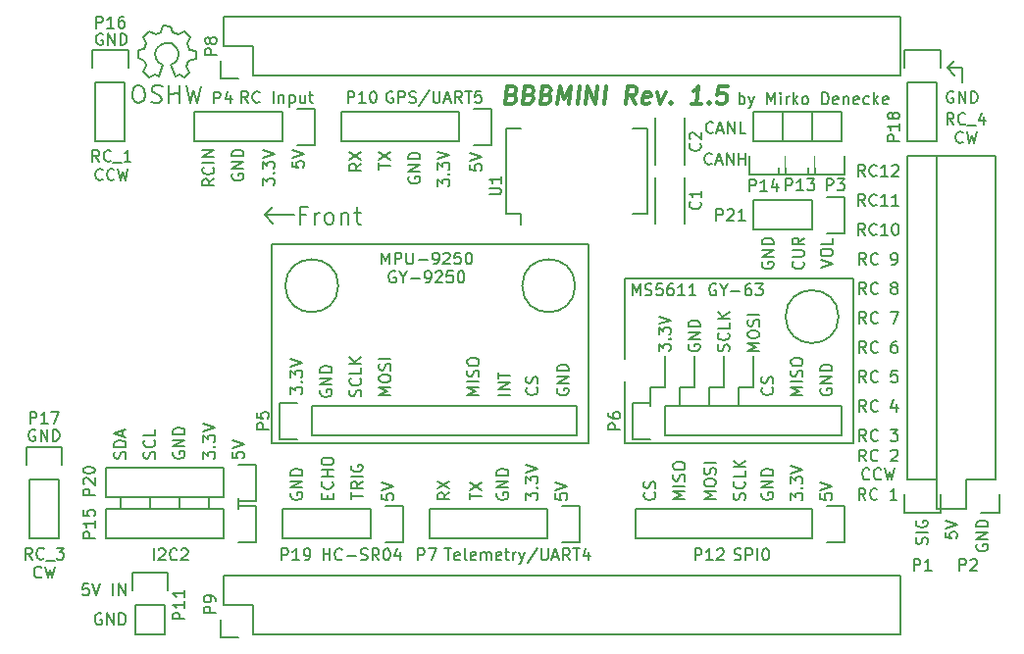
<source format=gto>
G04 #@! TF.FileFunction,Legend,Top*
%FSLAX46Y46*%
G04 Gerber Fmt 4.6, Leading zero omitted, Abs format (unit mm)*
G04 Created by KiCad (PCBNEW 0.201601051410+6422~40~ubuntu14.04.1-stable) date Mo 18 Jan 2016 21:21:09 CET*
%MOMM*%
G01*
G04 APERTURE LIST*
%ADD10C,0.100000*%
%ADD11C,0.200000*%
%ADD12C,0.300000*%
%ADD13C,0.150000*%
%ADD14C,4.064000*%
%ADD15R,2.032000X1.727200*%
%ADD16O,2.032000X1.727200*%
%ADD17R,1.727200X1.727200*%
%ADD18O,1.727200X1.727200*%
%ADD19R,2.032000X2.032000*%
%ADD20O,2.032000X2.032000*%
%ADD21R,1.727200X2.032000*%
%ADD22O,1.727200X2.032000*%
%ADD23C,1.998980*%
%ADD24R,1.200000X1.200000*%
%ADD25C,1.200000*%
%ADD26O,1.600000X1.600000*%
G04 APERTURE END LIST*
D10*
D11*
X64160400Y21945600D02*
X64160400Y24688800D01*
X62839600Y21945600D02*
X64160000Y21945600D01*
X60350400Y21945600D02*
X61569600Y21945600D01*
X61569600Y21945600D02*
X61569600Y24688800D01*
X59029600Y21945600D02*
X59029600Y24688800D01*
X57810400Y21945600D02*
X59029600Y21945600D01*
X56489600Y21945600D02*
X56489600Y24688800D01*
X55219600Y21945600D02*
X56489600Y21945600D01*
X19659600Y12395200D02*
X19659600Y11480800D01*
X17119600Y12395200D02*
X17119600Y11480800D01*
X14579600Y12395200D02*
X14579600Y11480800D01*
X12039600Y12395200D02*
X12039600Y11480800D01*
X9499600Y12395200D02*
X9499600Y11480800D01*
X21945600Y36830000D02*
X22656800Y36118800D01*
X21945600Y36830000D02*
X22656800Y37541200D01*
X62839600Y21945600D02*
X62839600Y20360000D01*
X60299600Y21945600D02*
X60299600Y20360000D01*
X57810400Y21945600D02*
X57810400Y20360000D01*
X55219600Y21945600D02*
X55219600Y20320000D01*
X69962781Y32316895D02*
X70962781Y32650228D01*
X69962781Y32983562D01*
X69962781Y33507371D02*
X69962781Y33697848D01*
X70010400Y33793086D01*
X70105638Y33888324D01*
X70296114Y33935943D01*
X70629448Y33935943D01*
X70819924Y33888324D01*
X70915162Y33793086D01*
X70962781Y33697848D01*
X70962781Y33507371D01*
X70915162Y33412133D01*
X70819924Y33316895D01*
X70629448Y33269276D01*
X70296114Y33269276D01*
X70105638Y33316895D01*
X70010400Y33412133D01*
X69962781Y33507371D01*
X70962781Y34840705D02*
X70962781Y34364514D01*
X69962781Y34364514D01*
X68429143Y32813715D02*
X68476762Y32766096D01*
X68524381Y32623239D01*
X68524381Y32528001D01*
X68476762Y32385143D01*
X68381524Y32289905D01*
X68286286Y32242286D01*
X68095810Y32194667D01*
X67952952Y32194667D01*
X67762476Y32242286D01*
X67667238Y32289905D01*
X67572000Y32385143D01*
X67524381Y32528001D01*
X67524381Y32623239D01*
X67572000Y32766096D01*
X67619619Y32813715D01*
X67524381Y33242286D02*
X68333905Y33242286D01*
X68429143Y33289905D01*
X68476762Y33337524D01*
X68524381Y33432762D01*
X68524381Y33623239D01*
X68476762Y33718477D01*
X68429143Y33766096D01*
X68333905Y33813715D01*
X67524381Y33813715D01*
X68524381Y34861334D02*
X68048190Y34528000D01*
X68524381Y34289905D02*
X67524381Y34289905D01*
X67524381Y34670858D01*
X67572000Y34766096D01*
X67619619Y34813715D01*
X67714857Y34861334D01*
X67857714Y34861334D01*
X67952952Y34813715D01*
X68000571Y34766096D01*
X68048190Y34670858D01*
X68048190Y34289905D01*
X64930400Y32766096D02*
X64882781Y32670858D01*
X64882781Y32528001D01*
X64930400Y32385143D01*
X65025638Y32289905D01*
X65120876Y32242286D01*
X65311352Y32194667D01*
X65454210Y32194667D01*
X65644686Y32242286D01*
X65739924Y32289905D01*
X65835162Y32385143D01*
X65882781Y32528001D01*
X65882781Y32623239D01*
X65835162Y32766096D01*
X65787543Y32813715D01*
X65454210Y32813715D01*
X65454210Y32623239D01*
X65882781Y33242286D02*
X64882781Y33242286D01*
X65882781Y33813715D01*
X64882781Y33813715D01*
X65882781Y34289905D02*
X64882781Y34289905D01*
X64882781Y34528000D01*
X64930400Y34670858D01*
X65025638Y34766096D01*
X65120876Y34813715D01*
X65311352Y34861334D01*
X65454210Y34861334D01*
X65644686Y34813715D01*
X65739924Y34766096D01*
X65835162Y34670858D01*
X65882781Y34528000D01*
X65882781Y34289905D01*
X62937237Y46410619D02*
X62937237Y47410619D01*
X62937237Y47029667D02*
X63032475Y47077286D01*
X63222952Y47077286D01*
X63318190Y47029667D01*
X63365809Y46982048D01*
X63413428Y46886810D01*
X63413428Y46601095D01*
X63365809Y46505857D01*
X63318190Y46458238D01*
X63222952Y46410619D01*
X63032475Y46410619D01*
X62937237Y46458238D01*
X63746761Y47077286D02*
X63984856Y46410619D01*
X64222952Y47077286D02*
X63984856Y46410619D01*
X63889618Y46172524D01*
X63841999Y46124905D01*
X63746761Y46077286D01*
X65365809Y46410619D02*
X65365809Y47410619D01*
X65699143Y46696333D01*
X66032476Y47410619D01*
X66032476Y46410619D01*
X66508666Y46410619D02*
X66508666Y47077286D01*
X66508666Y47410619D02*
X66461047Y47363000D01*
X66508666Y47315381D01*
X66556285Y47363000D01*
X66508666Y47410619D01*
X66508666Y47315381D01*
X66984856Y46410619D02*
X66984856Y47077286D01*
X66984856Y46886810D02*
X67032475Y46982048D01*
X67080094Y47029667D01*
X67175332Y47077286D01*
X67270571Y47077286D01*
X67603904Y46410619D02*
X67603904Y47410619D01*
X67699142Y46791571D02*
X67984857Y46410619D01*
X67984857Y47077286D02*
X67603904Y46696333D01*
X68556285Y46410619D02*
X68461047Y46458238D01*
X68413428Y46505857D01*
X68365809Y46601095D01*
X68365809Y46886810D01*
X68413428Y46982048D01*
X68461047Y47029667D01*
X68556285Y47077286D01*
X68699143Y47077286D01*
X68794381Y47029667D01*
X68842000Y46982048D01*
X68889619Y46886810D01*
X68889619Y46601095D01*
X68842000Y46505857D01*
X68794381Y46458238D01*
X68699143Y46410619D01*
X68556285Y46410619D01*
X70080095Y46410619D02*
X70080095Y47410619D01*
X70318190Y47410619D01*
X70461048Y47363000D01*
X70556286Y47267762D01*
X70603905Y47172524D01*
X70651524Y46982048D01*
X70651524Y46839190D01*
X70603905Y46648714D01*
X70556286Y46553476D01*
X70461048Y46458238D01*
X70318190Y46410619D01*
X70080095Y46410619D01*
X71461048Y46458238D02*
X71365810Y46410619D01*
X71175333Y46410619D01*
X71080095Y46458238D01*
X71032476Y46553476D01*
X71032476Y46934429D01*
X71080095Y47029667D01*
X71175333Y47077286D01*
X71365810Y47077286D01*
X71461048Y47029667D01*
X71508667Y46934429D01*
X71508667Y46839190D01*
X71032476Y46743952D01*
X71937238Y47077286D02*
X71937238Y46410619D01*
X71937238Y46982048D02*
X71984857Y47029667D01*
X72080095Y47077286D01*
X72222953Y47077286D01*
X72318191Y47029667D01*
X72365810Y46934429D01*
X72365810Y46410619D01*
X73222953Y46458238D02*
X73127715Y46410619D01*
X72937238Y46410619D01*
X72842000Y46458238D01*
X72794381Y46553476D01*
X72794381Y46934429D01*
X72842000Y47029667D01*
X72937238Y47077286D01*
X73127715Y47077286D01*
X73222953Y47029667D01*
X73270572Y46934429D01*
X73270572Y46839190D01*
X72794381Y46743952D01*
X74127715Y46458238D02*
X74032477Y46410619D01*
X73842000Y46410619D01*
X73746762Y46458238D01*
X73699143Y46505857D01*
X73651524Y46601095D01*
X73651524Y46886810D01*
X73699143Y46982048D01*
X73746762Y47029667D01*
X73842000Y47077286D01*
X74032477Y47077286D01*
X74127715Y47029667D01*
X74556286Y46410619D02*
X74556286Y47410619D01*
X74651524Y46791571D02*
X74937239Y46410619D01*
X74937239Y47077286D02*
X74556286Y46696333D01*
X75746763Y46458238D02*
X75651525Y46410619D01*
X75461048Y46410619D01*
X75365810Y46458238D01*
X75318191Y46553476D01*
X75318191Y46934429D01*
X75365810Y47029667D01*
X75461048Y47077286D01*
X75651525Y47077286D01*
X75746763Y47029667D01*
X75794382Y46934429D01*
X75794382Y46839190D01*
X75318191Y46743952D01*
X53086000Y31369000D02*
X53086000Y17145000D01*
X72771000Y31369000D02*
X53086000Y31369000D01*
X72771000Y17145000D02*
X72771000Y31369000D01*
X53086000Y17145000D02*
X72771000Y17145000D01*
X49911000Y34290000D02*
X22606000Y34290000D01*
X22606000Y17145000D02*
X49911000Y17145000D01*
X22606000Y34290000D02*
X22606000Y17145000D01*
X49911000Y34290000D02*
X49911000Y17145000D01*
X12390619Y7040619D02*
X12390619Y8040619D01*
X12819190Y7945381D02*
X12866809Y7993000D01*
X12962047Y8040619D01*
X13200143Y8040619D01*
X13295381Y7993000D01*
X13343000Y7945381D01*
X13390619Y7850143D01*
X13390619Y7754905D01*
X13343000Y7612048D01*
X12771571Y7040619D01*
X13390619Y7040619D01*
X14390619Y7135857D02*
X14343000Y7088238D01*
X14200143Y7040619D01*
X14104905Y7040619D01*
X13962047Y7088238D01*
X13866809Y7183476D01*
X13819190Y7278714D01*
X13771571Y7469190D01*
X13771571Y7612048D01*
X13819190Y7802524D01*
X13866809Y7897762D01*
X13962047Y7993000D01*
X14104905Y8040619D01*
X14200143Y8040619D01*
X14343000Y7993000D01*
X14390619Y7945381D01*
X14771571Y7945381D02*
X14819190Y7993000D01*
X14914428Y8040619D01*
X15152524Y8040619D01*
X15247762Y7993000D01*
X15295381Y7945381D01*
X15343000Y7850143D01*
X15343000Y7754905D01*
X15295381Y7612048D01*
X14723952Y7040619D01*
X15343000Y7040619D01*
X27019667Y7040619D02*
X27019667Y8040619D01*
X27019667Y7564429D02*
X27591096Y7564429D01*
X27591096Y7040619D02*
X27591096Y8040619D01*
X28638715Y7135857D02*
X28591096Y7088238D01*
X28448239Y7040619D01*
X28353001Y7040619D01*
X28210143Y7088238D01*
X28114905Y7183476D01*
X28067286Y7278714D01*
X28019667Y7469190D01*
X28019667Y7612048D01*
X28067286Y7802524D01*
X28114905Y7897762D01*
X28210143Y7993000D01*
X28353001Y8040619D01*
X28448239Y8040619D01*
X28591096Y7993000D01*
X28638715Y7945381D01*
X29067286Y7421571D02*
X29829191Y7421571D01*
X30257762Y7088238D02*
X30400619Y7040619D01*
X30638715Y7040619D01*
X30733953Y7088238D01*
X30781572Y7135857D01*
X30829191Y7231095D01*
X30829191Y7326333D01*
X30781572Y7421571D01*
X30733953Y7469190D01*
X30638715Y7516810D01*
X30448238Y7564429D01*
X30353000Y7612048D01*
X30305381Y7659667D01*
X30257762Y7754905D01*
X30257762Y7850143D01*
X30305381Y7945381D01*
X30353000Y7993000D01*
X30448238Y8040619D01*
X30686334Y8040619D01*
X30829191Y7993000D01*
X31829191Y7040619D02*
X31495857Y7516810D01*
X31257762Y7040619D02*
X31257762Y8040619D01*
X31638715Y8040619D01*
X31733953Y7993000D01*
X31781572Y7945381D01*
X31829191Y7850143D01*
X31829191Y7707286D01*
X31781572Y7612048D01*
X31733953Y7564429D01*
X31638715Y7516810D01*
X31257762Y7516810D01*
X32448238Y8040619D02*
X32543477Y8040619D01*
X32638715Y7993000D01*
X32686334Y7945381D01*
X32733953Y7850143D01*
X32781572Y7659667D01*
X32781572Y7421571D01*
X32733953Y7231095D01*
X32686334Y7135857D01*
X32638715Y7088238D01*
X32543477Y7040619D01*
X32448238Y7040619D01*
X32353000Y7088238D01*
X32305381Y7135857D01*
X32257762Y7231095D01*
X32210143Y7421571D01*
X32210143Y7659667D01*
X32257762Y7850143D01*
X32305381Y7945381D01*
X32353000Y7993000D01*
X32448238Y8040619D01*
X33638715Y7707286D02*
X33638715Y7040619D01*
X33400619Y8088238D02*
X33162524Y7373952D01*
X33781572Y7373952D01*
X24265000Y12827096D02*
X24217381Y12731858D01*
X24217381Y12589001D01*
X24265000Y12446143D01*
X24360238Y12350905D01*
X24455476Y12303286D01*
X24645952Y12255667D01*
X24788810Y12255667D01*
X24979286Y12303286D01*
X25074524Y12350905D01*
X25169762Y12446143D01*
X25217381Y12589001D01*
X25217381Y12684239D01*
X25169762Y12827096D01*
X25122143Y12874715D01*
X24788810Y12874715D01*
X24788810Y12684239D01*
X25217381Y13303286D02*
X24217381Y13303286D01*
X25217381Y13874715D01*
X24217381Y13874715D01*
X25217381Y14350905D02*
X24217381Y14350905D01*
X24217381Y14589000D01*
X24265000Y14731858D01*
X24360238Y14827096D01*
X24455476Y14874715D01*
X24645952Y14922334D01*
X24788810Y14922334D01*
X24979286Y14874715D01*
X25074524Y14827096D01*
X25169762Y14731858D01*
X25217381Y14589000D01*
X25217381Y14350905D01*
X27360571Y12335095D02*
X27360571Y12668429D01*
X27884381Y12811286D02*
X27884381Y12335095D01*
X26884381Y12335095D01*
X26884381Y12811286D01*
X27789143Y13811286D02*
X27836762Y13763667D01*
X27884381Y13620810D01*
X27884381Y13525572D01*
X27836762Y13382714D01*
X27741524Y13287476D01*
X27646286Y13239857D01*
X27455810Y13192238D01*
X27312952Y13192238D01*
X27122476Y13239857D01*
X27027238Y13287476D01*
X26932000Y13382714D01*
X26884381Y13525572D01*
X26884381Y13620810D01*
X26932000Y13763667D01*
X26979619Y13811286D01*
X27884381Y14239857D02*
X26884381Y14239857D01*
X27360571Y14239857D02*
X27360571Y14811286D01*
X27884381Y14811286D02*
X26884381Y14811286D01*
X26884381Y15477952D02*
X26884381Y15668429D01*
X26932000Y15763667D01*
X27027238Y15858905D01*
X27217714Y15906524D01*
X27551048Y15906524D01*
X27741524Y15858905D01*
X27836762Y15763667D01*
X27884381Y15668429D01*
X27884381Y15477952D01*
X27836762Y15382714D01*
X27741524Y15287476D01*
X27551048Y15239857D01*
X27217714Y15239857D01*
X27027238Y15287476D01*
X26932000Y15382714D01*
X26884381Y15477952D01*
X29424381Y12319191D02*
X29424381Y12890620D01*
X30424381Y12604905D02*
X29424381Y12604905D01*
X30424381Y13795382D02*
X29948190Y13462048D01*
X30424381Y13223953D02*
X29424381Y13223953D01*
X29424381Y13604906D01*
X29472000Y13700144D01*
X29519619Y13747763D01*
X29614857Y13795382D01*
X29757714Y13795382D01*
X29852952Y13747763D01*
X29900571Y13700144D01*
X29948190Y13604906D01*
X29948190Y13223953D01*
X30424381Y14223953D02*
X29424381Y14223953D01*
X29472000Y15223953D02*
X29424381Y15128715D01*
X29424381Y14985858D01*
X29472000Y14843000D01*
X29567238Y14747762D01*
X29662476Y14700143D01*
X29852952Y14652524D01*
X29995810Y14652524D01*
X30186286Y14700143D01*
X30281524Y14747762D01*
X30376762Y14843000D01*
X30424381Y14985858D01*
X30424381Y15081096D01*
X30376762Y15223953D01*
X30329143Y15271572D01*
X29995810Y15271572D01*
X29995810Y15081096D01*
X32091381Y12763524D02*
X32091381Y12287333D01*
X32567571Y12239714D01*
X32519952Y12287333D01*
X32472333Y12382571D01*
X32472333Y12620667D01*
X32519952Y12715905D01*
X32567571Y12763524D01*
X32662810Y12811143D01*
X32900905Y12811143D01*
X32996143Y12763524D01*
X33043762Y12715905D01*
X33091381Y12620667D01*
X33091381Y12382571D01*
X33043762Y12287333D01*
X32996143Y12239714D01*
X32091381Y13096857D02*
X33091381Y13430190D01*
X32091381Y13763524D01*
X21945600Y36830000D02*
X24485600Y36830000D01*
X24344381Y41465524D02*
X24344381Y40989333D01*
X24820571Y40941714D01*
X24772952Y40989333D01*
X24725333Y41084571D01*
X24725333Y41322667D01*
X24772952Y41417905D01*
X24820571Y41465524D01*
X24915810Y41513143D01*
X25153905Y41513143D01*
X25249143Y41465524D01*
X25296762Y41417905D01*
X25344381Y41322667D01*
X25344381Y41084571D01*
X25296762Y40989333D01*
X25249143Y40941714D01*
X24344381Y41798857D02*
X25344381Y42132190D01*
X24344381Y42465524D01*
X39711381Y41211524D02*
X39711381Y40735333D01*
X40187571Y40687714D01*
X40139952Y40735333D01*
X40092333Y40830571D01*
X40092333Y41068667D01*
X40139952Y41163905D01*
X40187571Y41211524D01*
X40282810Y41259143D01*
X40520905Y41259143D01*
X40616143Y41211524D01*
X40663762Y41163905D01*
X40711381Y41068667D01*
X40711381Y40830571D01*
X40663762Y40735333D01*
X40616143Y40687714D01*
X39711381Y41544857D02*
X40711381Y41878190D01*
X39711381Y42211524D01*
X43124381Y21320238D02*
X42124381Y21320238D01*
X43124381Y21796428D02*
X42124381Y21796428D01*
X43124381Y22367857D01*
X42124381Y22367857D01*
X42124381Y22701190D02*
X42124381Y23272619D01*
X43124381Y22986904D02*
X42124381Y22986904D01*
X47252000Y21844096D02*
X47204381Y21748858D01*
X47204381Y21606001D01*
X47252000Y21463143D01*
X47347238Y21367905D01*
X47442476Y21320286D01*
X47632952Y21272667D01*
X47775810Y21272667D01*
X47966286Y21320286D01*
X48061524Y21367905D01*
X48156762Y21463143D01*
X48204381Y21606001D01*
X48204381Y21701239D01*
X48156762Y21844096D01*
X48109143Y21891715D01*
X47775810Y21891715D01*
X47775810Y21701239D01*
X48204381Y22320286D02*
X47204381Y22320286D01*
X48204381Y22891715D01*
X47204381Y22891715D01*
X48204381Y23367905D02*
X47204381Y23367905D01*
X47204381Y23606000D01*
X47252000Y23748858D01*
X47347238Y23844096D01*
X47442476Y23891715D01*
X47632952Y23939334D01*
X47775810Y23939334D01*
X47966286Y23891715D01*
X48061524Y23844096D01*
X48156762Y23748858D01*
X48204381Y23606000D01*
X48204381Y23367905D01*
X69985000Y21844096D02*
X69937381Y21748858D01*
X69937381Y21606001D01*
X69985000Y21463143D01*
X70080238Y21367905D01*
X70175476Y21320286D01*
X70365952Y21272667D01*
X70508810Y21272667D01*
X70699286Y21320286D01*
X70794524Y21367905D01*
X70889762Y21463143D01*
X70937381Y21606001D01*
X70937381Y21701239D01*
X70889762Y21844096D01*
X70842143Y21891715D01*
X70508810Y21891715D01*
X70508810Y21701239D01*
X70937381Y22320286D02*
X69937381Y22320286D01*
X70937381Y22891715D01*
X69937381Y22891715D01*
X70937381Y23367905D02*
X69937381Y23367905D01*
X69937381Y23606000D01*
X69985000Y23748858D01*
X70080238Y23844096D01*
X70175476Y23891715D01*
X70365952Y23939334D01*
X70508810Y23939334D01*
X70699286Y23891715D01*
X70794524Y23844096D01*
X70889762Y23748858D01*
X70937381Y23606000D01*
X70937381Y23367905D01*
X68397381Y21288572D02*
X67397381Y21288572D01*
X68111667Y21621906D01*
X67397381Y21955239D01*
X68397381Y21955239D01*
X68397381Y22431429D02*
X67397381Y22431429D01*
X68349762Y22860000D02*
X68397381Y23002857D01*
X68397381Y23240953D01*
X68349762Y23336191D01*
X68302143Y23383810D01*
X68206905Y23431429D01*
X68111667Y23431429D01*
X68016429Y23383810D01*
X67968810Y23336191D01*
X67921190Y23240953D01*
X67873571Y23050476D01*
X67825952Y22955238D01*
X67778333Y22907619D01*
X67683095Y22860000D01*
X67587857Y22860000D01*
X67492619Y22907619D01*
X67445000Y22955238D01*
X67397381Y23050476D01*
X67397381Y23288572D01*
X67445000Y23431429D01*
X67397381Y24050476D02*
X67397381Y24240953D01*
X67445000Y24336191D01*
X67540238Y24431429D01*
X67730714Y24479048D01*
X68064048Y24479048D01*
X68254524Y24431429D01*
X68349762Y24336191D01*
X68397381Y24240953D01*
X68397381Y24050476D01*
X68349762Y23955238D01*
X68254524Y23860000D01*
X68064048Y23812381D01*
X67730714Y23812381D01*
X67540238Y23860000D01*
X67445000Y23955238D01*
X67397381Y24050476D01*
X65762143Y21931334D02*
X65809762Y21883715D01*
X65857381Y21740858D01*
X65857381Y21645620D01*
X65809762Y21502762D01*
X65714524Y21407524D01*
X65619286Y21359905D01*
X65428810Y21312286D01*
X65285952Y21312286D01*
X65095476Y21359905D01*
X65000238Y21407524D01*
X64905000Y21502762D01*
X64857381Y21645620D01*
X64857381Y21740858D01*
X64905000Y21883715D01*
X64952619Y21931334D01*
X65809762Y22312286D02*
X65857381Y22455143D01*
X65857381Y22693239D01*
X65809762Y22788477D01*
X65762143Y22836096D01*
X65666905Y22883715D01*
X65571667Y22883715D01*
X65476429Y22836096D01*
X65428810Y22788477D01*
X65381190Y22693239D01*
X65333571Y22502762D01*
X65285952Y22407524D01*
X65238333Y22359905D01*
X65143095Y22312286D01*
X65047857Y22312286D01*
X64952619Y22359905D01*
X64905000Y22407524D01*
X64857381Y22502762D01*
X64857381Y22740858D01*
X64905000Y22883715D01*
X64663581Y25098572D02*
X63663581Y25098572D01*
X64377867Y25431906D01*
X63663581Y25765239D01*
X64663581Y25765239D01*
X63663581Y26431905D02*
X63663581Y26622382D01*
X63711200Y26717620D01*
X63806438Y26812858D01*
X63996914Y26860477D01*
X64330248Y26860477D01*
X64520724Y26812858D01*
X64615962Y26717620D01*
X64663581Y26622382D01*
X64663581Y26431905D01*
X64615962Y26336667D01*
X64520724Y26241429D01*
X64330248Y26193810D01*
X63996914Y26193810D01*
X63806438Y26241429D01*
X63711200Y26336667D01*
X63663581Y26431905D01*
X64615962Y27241429D02*
X64663581Y27384286D01*
X64663581Y27622382D01*
X64615962Y27717620D01*
X64568343Y27765239D01*
X64473105Y27812858D01*
X64377867Y27812858D01*
X64282629Y27765239D01*
X64235010Y27717620D01*
X64187390Y27622382D01*
X64139771Y27431905D01*
X64092152Y27336667D01*
X64044533Y27289048D01*
X63949295Y27241429D01*
X63854057Y27241429D01*
X63758819Y27289048D01*
X63711200Y27336667D01*
X63663581Y27431905D01*
X63663581Y27670001D01*
X63711200Y27812858D01*
X64663581Y28241429D02*
X63663581Y28241429D01*
X62025162Y25081124D02*
X62072781Y25223981D01*
X62072781Y25462077D01*
X62025162Y25557315D01*
X61977543Y25604934D01*
X61882305Y25652553D01*
X61787067Y25652553D01*
X61691829Y25604934D01*
X61644210Y25557315D01*
X61596590Y25462077D01*
X61548971Y25271600D01*
X61501352Y25176362D01*
X61453733Y25128743D01*
X61358495Y25081124D01*
X61263257Y25081124D01*
X61168019Y25128743D01*
X61120400Y25176362D01*
X61072781Y25271600D01*
X61072781Y25509696D01*
X61120400Y25652553D01*
X61977543Y26652553D02*
X62025162Y26604934D01*
X62072781Y26462077D01*
X62072781Y26366839D01*
X62025162Y26223981D01*
X61929924Y26128743D01*
X61834686Y26081124D01*
X61644210Y26033505D01*
X61501352Y26033505D01*
X61310876Y26081124D01*
X61215638Y26128743D01*
X61120400Y26223981D01*
X61072781Y26366839D01*
X61072781Y26462077D01*
X61120400Y26604934D01*
X61168019Y26652553D01*
X62072781Y27557315D02*
X62072781Y27081124D01*
X61072781Y27081124D01*
X62072781Y27890648D02*
X61072781Y27890648D01*
X62072781Y28462077D02*
X61501352Y28033505D01*
X61072781Y28462077D02*
X61644210Y27890648D01*
X58580400Y25654096D02*
X58532781Y25558858D01*
X58532781Y25416001D01*
X58580400Y25273143D01*
X58675638Y25177905D01*
X58770876Y25130286D01*
X58961352Y25082667D01*
X59104210Y25082667D01*
X59294686Y25130286D01*
X59389924Y25177905D01*
X59485162Y25273143D01*
X59532781Y25416001D01*
X59532781Y25511239D01*
X59485162Y25654096D01*
X59437543Y25701715D01*
X59104210Y25701715D01*
X59104210Y25511239D01*
X59532781Y26130286D02*
X58532781Y26130286D01*
X59532781Y26701715D01*
X58532781Y26701715D01*
X59532781Y27177905D02*
X58532781Y27177905D01*
X58532781Y27416000D01*
X58580400Y27558858D01*
X58675638Y27654096D01*
X58770876Y27701715D01*
X58961352Y27749334D01*
X59104210Y27749334D01*
X59294686Y27701715D01*
X59389924Y27654096D01*
X59485162Y27558858D01*
X59532781Y27416000D01*
X59532781Y27177905D01*
X55992781Y25092210D02*
X55992781Y25711258D01*
X56373733Y25377924D01*
X56373733Y25520782D01*
X56421352Y25616020D01*
X56468971Y25663639D01*
X56564210Y25711258D01*
X56802305Y25711258D01*
X56897543Y25663639D01*
X56945162Y25616020D01*
X56992781Y25520782D01*
X56992781Y25235067D01*
X56945162Y25139829D01*
X56897543Y25092210D01*
X56897543Y26139829D02*
X56945162Y26187448D01*
X56992781Y26139829D01*
X56945162Y26092210D01*
X56897543Y26139829D01*
X56992781Y26139829D01*
X55992781Y26520781D02*
X55992781Y27139829D01*
X56373733Y26806495D01*
X56373733Y26949353D01*
X56421352Y27044591D01*
X56468971Y27092210D01*
X56564210Y27139829D01*
X56802305Y27139829D01*
X56897543Y27092210D01*
X56945162Y27044591D01*
X56992781Y26949353D01*
X56992781Y26663638D01*
X56945162Y26568400D01*
X56897543Y26520781D01*
X55992781Y27425543D02*
X56992781Y27758876D01*
X55992781Y28092210D01*
X45442143Y21931334D02*
X45489762Y21883715D01*
X45537381Y21740858D01*
X45537381Y21645620D01*
X45489762Y21502762D01*
X45394524Y21407524D01*
X45299286Y21359905D01*
X45108810Y21312286D01*
X44965952Y21312286D01*
X44775476Y21359905D01*
X44680238Y21407524D01*
X44585000Y21502762D01*
X44537381Y21645620D01*
X44537381Y21740858D01*
X44585000Y21883715D01*
X44632619Y21931334D01*
X45489762Y22312286D02*
X45537381Y22455143D01*
X45537381Y22693239D01*
X45489762Y22788477D01*
X45442143Y22836096D01*
X45346905Y22883715D01*
X45251667Y22883715D01*
X45156429Y22836096D01*
X45108810Y22788477D01*
X45061190Y22693239D01*
X45013571Y22502762D01*
X44965952Y22407524D01*
X44918333Y22359905D01*
X44823095Y22312286D01*
X44727857Y22312286D01*
X44632619Y22359905D01*
X44585000Y22407524D01*
X44537381Y22502762D01*
X44537381Y22740858D01*
X44585000Y22883715D01*
X24217381Y21383810D02*
X24217381Y22002858D01*
X24598333Y21669524D01*
X24598333Y21812382D01*
X24645952Y21907620D01*
X24693571Y21955239D01*
X24788810Y22002858D01*
X25026905Y22002858D01*
X25122143Y21955239D01*
X25169762Y21907620D01*
X25217381Y21812382D01*
X25217381Y21526667D01*
X25169762Y21431429D01*
X25122143Y21383810D01*
X25122143Y22431429D02*
X25169762Y22479048D01*
X25217381Y22431429D01*
X25169762Y22383810D01*
X25122143Y22431429D01*
X25217381Y22431429D01*
X24217381Y22812381D02*
X24217381Y23431429D01*
X24598333Y23098095D01*
X24598333Y23240953D01*
X24645952Y23336191D01*
X24693571Y23383810D01*
X24788810Y23431429D01*
X25026905Y23431429D01*
X25122143Y23383810D01*
X25169762Y23336191D01*
X25217381Y23240953D01*
X25217381Y22955238D01*
X25169762Y22860000D01*
X25122143Y22812381D01*
X24217381Y23717143D02*
X25217381Y24050476D01*
X24217381Y24383810D01*
X26805000Y21717096D02*
X26757381Y21621858D01*
X26757381Y21479001D01*
X26805000Y21336143D01*
X26900238Y21240905D01*
X26995476Y21193286D01*
X27185952Y21145667D01*
X27328810Y21145667D01*
X27519286Y21193286D01*
X27614524Y21240905D01*
X27709762Y21336143D01*
X27757381Y21479001D01*
X27757381Y21574239D01*
X27709762Y21717096D01*
X27662143Y21764715D01*
X27328810Y21764715D01*
X27328810Y21574239D01*
X27757381Y22193286D02*
X26757381Y22193286D01*
X27757381Y22764715D01*
X26757381Y22764715D01*
X27757381Y23240905D02*
X26757381Y23240905D01*
X26757381Y23479000D01*
X26805000Y23621858D01*
X26900238Y23717096D01*
X26995476Y23764715D01*
X27185952Y23812334D01*
X27328810Y23812334D01*
X27519286Y23764715D01*
X27614524Y23717096D01*
X27709762Y23621858D01*
X27757381Y23479000D01*
X27757381Y23240905D01*
X30249762Y21169524D02*
X30297381Y21312381D01*
X30297381Y21550477D01*
X30249762Y21645715D01*
X30202143Y21693334D01*
X30106905Y21740953D01*
X30011667Y21740953D01*
X29916429Y21693334D01*
X29868810Y21645715D01*
X29821190Y21550477D01*
X29773571Y21360000D01*
X29725952Y21264762D01*
X29678333Y21217143D01*
X29583095Y21169524D01*
X29487857Y21169524D01*
X29392619Y21217143D01*
X29345000Y21264762D01*
X29297381Y21360000D01*
X29297381Y21598096D01*
X29345000Y21740953D01*
X30202143Y22740953D02*
X30249762Y22693334D01*
X30297381Y22550477D01*
X30297381Y22455239D01*
X30249762Y22312381D01*
X30154524Y22217143D01*
X30059286Y22169524D01*
X29868810Y22121905D01*
X29725952Y22121905D01*
X29535476Y22169524D01*
X29440238Y22217143D01*
X29345000Y22312381D01*
X29297381Y22455239D01*
X29297381Y22550477D01*
X29345000Y22693334D01*
X29392619Y22740953D01*
X30297381Y23645715D02*
X30297381Y23169524D01*
X29297381Y23169524D01*
X30297381Y23979048D02*
X29297381Y23979048D01*
X30297381Y24550477D02*
X29725952Y24121905D01*
X29297381Y24550477D02*
X29868810Y23979048D01*
X32837381Y21288572D02*
X31837381Y21288572D01*
X32551667Y21621906D01*
X31837381Y21955239D01*
X32837381Y21955239D01*
X31837381Y22621905D02*
X31837381Y22812382D01*
X31885000Y22907620D01*
X31980238Y23002858D01*
X32170714Y23050477D01*
X32504048Y23050477D01*
X32694524Y23002858D01*
X32789762Y22907620D01*
X32837381Y22812382D01*
X32837381Y22621905D01*
X32789762Y22526667D01*
X32694524Y22431429D01*
X32504048Y22383810D01*
X32170714Y22383810D01*
X31980238Y22431429D01*
X31885000Y22526667D01*
X31837381Y22621905D01*
X32789762Y23431429D02*
X32837381Y23574286D01*
X32837381Y23812382D01*
X32789762Y23907620D01*
X32742143Y23955239D01*
X32646905Y24002858D01*
X32551667Y24002858D01*
X32456429Y23955239D01*
X32408810Y23907620D01*
X32361190Y23812382D01*
X32313571Y23621905D01*
X32265952Y23526667D01*
X32218333Y23479048D01*
X32123095Y23431429D01*
X32027857Y23431429D01*
X31932619Y23479048D01*
X31885000Y23526667D01*
X31837381Y23621905D01*
X31837381Y23860001D01*
X31885000Y24002858D01*
X32837381Y24431429D02*
X31837381Y24431429D01*
X40457381Y21288572D02*
X39457381Y21288572D01*
X40171667Y21621906D01*
X39457381Y21955239D01*
X40457381Y21955239D01*
X40457381Y22431429D02*
X39457381Y22431429D01*
X40409762Y22860000D02*
X40457381Y23002857D01*
X40457381Y23240953D01*
X40409762Y23336191D01*
X40362143Y23383810D01*
X40266905Y23431429D01*
X40171667Y23431429D01*
X40076429Y23383810D01*
X40028810Y23336191D01*
X39981190Y23240953D01*
X39933571Y23050476D01*
X39885952Y22955238D01*
X39838333Y22907619D01*
X39743095Y22860000D01*
X39647857Y22860000D01*
X39552619Y22907619D01*
X39505000Y22955238D01*
X39457381Y23050476D01*
X39457381Y23288572D01*
X39505000Y23431429D01*
X39457381Y24050476D02*
X39457381Y24240953D01*
X39505000Y24336191D01*
X39600238Y24431429D01*
X39790714Y24479048D01*
X40124048Y24479048D01*
X40314524Y24431429D01*
X40409762Y24336191D01*
X40457381Y24240953D01*
X40457381Y24050476D01*
X40409762Y23955238D01*
X40314524Y23860000D01*
X40124048Y23812381D01*
X39790714Y23812381D01*
X39600238Y23860000D01*
X39505000Y23955238D01*
X39457381Y24050476D01*
X73787143Y40187619D02*
X73453809Y40663810D01*
X73215714Y40187619D02*
X73215714Y41187619D01*
X73596667Y41187619D01*
X73691905Y41140000D01*
X73739524Y41092381D01*
X73787143Y40997143D01*
X73787143Y40854286D01*
X73739524Y40759048D01*
X73691905Y40711429D01*
X73596667Y40663810D01*
X73215714Y40663810D01*
X74787143Y40282857D02*
X74739524Y40235238D01*
X74596667Y40187619D01*
X74501429Y40187619D01*
X74358571Y40235238D01*
X74263333Y40330476D01*
X74215714Y40425714D01*
X74168095Y40616190D01*
X74168095Y40759048D01*
X74215714Y40949524D01*
X74263333Y41044762D01*
X74358571Y41140000D01*
X74501429Y41187619D01*
X74596667Y41187619D01*
X74739524Y41140000D01*
X74787143Y41092381D01*
X75739524Y40187619D02*
X75168095Y40187619D01*
X75453809Y40187619D02*
X75453809Y41187619D01*
X75358571Y41044762D01*
X75263333Y40949524D01*
X75168095Y40901905D01*
X76120476Y41092381D02*
X76168095Y41140000D01*
X76263333Y41187619D01*
X76501429Y41187619D01*
X76596667Y41140000D01*
X76644286Y41092381D01*
X76691905Y40997143D01*
X76691905Y40901905D01*
X76644286Y40759048D01*
X76072857Y40187619D01*
X76691905Y40187619D01*
X73787143Y37647619D02*
X73453809Y38123810D01*
X73215714Y37647619D02*
X73215714Y38647619D01*
X73596667Y38647619D01*
X73691905Y38600000D01*
X73739524Y38552381D01*
X73787143Y38457143D01*
X73787143Y38314286D01*
X73739524Y38219048D01*
X73691905Y38171429D01*
X73596667Y38123810D01*
X73215714Y38123810D01*
X74787143Y37742857D02*
X74739524Y37695238D01*
X74596667Y37647619D01*
X74501429Y37647619D01*
X74358571Y37695238D01*
X74263333Y37790476D01*
X74215714Y37885714D01*
X74168095Y38076190D01*
X74168095Y38219048D01*
X74215714Y38409524D01*
X74263333Y38504762D01*
X74358571Y38600000D01*
X74501429Y38647619D01*
X74596667Y38647619D01*
X74739524Y38600000D01*
X74787143Y38552381D01*
X75739524Y37647619D02*
X75168095Y37647619D01*
X75453809Y37647619D02*
X75453809Y38647619D01*
X75358571Y38504762D01*
X75263333Y38409524D01*
X75168095Y38361905D01*
X76691905Y37647619D02*
X76120476Y37647619D01*
X76406190Y37647619D02*
X76406190Y38647619D01*
X76310952Y38504762D01*
X76215714Y38409524D01*
X76120476Y38361905D01*
X73787143Y35107619D02*
X73453809Y35583810D01*
X73215714Y35107619D02*
X73215714Y36107619D01*
X73596667Y36107619D01*
X73691905Y36060000D01*
X73739524Y36012381D01*
X73787143Y35917143D01*
X73787143Y35774286D01*
X73739524Y35679048D01*
X73691905Y35631429D01*
X73596667Y35583810D01*
X73215714Y35583810D01*
X74787143Y35202857D02*
X74739524Y35155238D01*
X74596667Y35107619D01*
X74501429Y35107619D01*
X74358571Y35155238D01*
X74263333Y35250476D01*
X74215714Y35345714D01*
X74168095Y35536190D01*
X74168095Y35679048D01*
X74215714Y35869524D01*
X74263333Y35964762D01*
X74358571Y36060000D01*
X74501429Y36107619D01*
X74596667Y36107619D01*
X74739524Y36060000D01*
X74787143Y36012381D01*
X75739524Y35107619D02*
X75168095Y35107619D01*
X75453809Y35107619D02*
X75453809Y36107619D01*
X75358571Y35964762D01*
X75263333Y35869524D01*
X75168095Y35821905D01*
X76358571Y36107619D02*
X76453810Y36107619D01*
X76549048Y36060000D01*
X76596667Y36012381D01*
X76644286Y35917143D01*
X76691905Y35726667D01*
X76691905Y35488571D01*
X76644286Y35298095D01*
X76596667Y35202857D01*
X76549048Y35155238D01*
X76453810Y35107619D01*
X76358571Y35107619D01*
X76263333Y35155238D01*
X76215714Y35202857D01*
X76168095Y35298095D01*
X76120476Y35488571D01*
X76120476Y35726667D01*
X76168095Y35917143D01*
X76215714Y36012381D01*
X76263333Y36060000D01*
X76358571Y36107619D01*
X73882381Y32567619D02*
X73549047Y33043810D01*
X73310952Y32567619D02*
X73310952Y33567619D01*
X73691905Y33567619D01*
X73787143Y33520000D01*
X73834762Y33472381D01*
X73882381Y33377143D01*
X73882381Y33234286D01*
X73834762Y33139048D01*
X73787143Y33091429D01*
X73691905Y33043810D01*
X73310952Y33043810D01*
X74882381Y32662857D02*
X74834762Y32615238D01*
X74691905Y32567619D01*
X74596667Y32567619D01*
X74453809Y32615238D01*
X74358571Y32710476D01*
X74310952Y32805714D01*
X74263333Y32996190D01*
X74263333Y33139048D01*
X74310952Y33329524D01*
X74358571Y33424762D01*
X74453809Y33520000D01*
X74596667Y33567619D01*
X74691905Y33567619D01*
X74834762Y33520000D01*
X74882381Y33472381D01*
X76120476Y32567619D02*
X76310952Y32567619D01*
X76406191Y32615238D01*
X76453810Y32662857D01*
X76549048Y32805714D01*
X76596667Y32996190D01*
X76596667Y33377143D01*
X76549048Y33472381D01*
X76501429Y33520000D01*
X76406191Y33567619D01*
X76215714Y33567619D01*
X76120476Y33520000D01*
X76072857Y33472381D01*
X76025238Y33377143D01*
X76025238Y33139048D01*
X76072857Y33043810D01*
X76120476Y32996190D01*
X76215714Y32948571D01*
X76406191Y32948571D01*
X76501429Y32996190D01*
X76549048Y33043810D01*
X76596667Y33139048D01*
X73882381Y30027619D02*
X73549047Y30503810D01*
X73310952Y30027619D02*
X73310952Y31027619D01*
X73691905Y31027619D01*
X73787143Y30980000D01*
X73834762Y30932381D01*
X73882381Y30837143D01*
X73882381Y30694286D01*
X73834762Y30599048D01*
X73787143Y30551429D01*
X73691905Y30503810D01*
X73310952Y30503810D01*
X74882381Y30122857D02*
X74834762Y30075238D01*
X74691905Y30027619D01*
X74596667Y30027619D01*
X74453809Y30075238D01*
X74358571Y30170476D01*
X74310952Y30265714D01*
X74263333Y30456190D01*
X74263333Y30599048D01*
X74310952Y30789524D01*
X74358571Y30884762D01*
X74453809Y30980000D01*
X74596667Y31027619D01*
X74691905Y31027619D01*
X74834762Y30980000D01*
X74882381Y30932381D01*
X76215714Y30599048D02*
X76120476Y30646667D01*
X76072857Y30694286D01*
X76025238Y30789524D01*
X76025238Y30837143D01*
X76072857Y30932381D01*
X76120476Y30980000D01*
X76215714Y31027619D01*
X76406191Y31027619D01*
X76501429Y30980000D01*
X76549048Y30932381D01*
X76596667Y30837143D01*
X76596667Y30789524D01*
X76549048Y30694286D01*
X76501429Y30646667D01*
X76406191Y30599048D01*
X76215714Y30599048D01*
X76120476Y30551429D01*
X76072857Y30503810D01*
X76025238Y30408571D01*
X76025238Y30218095D01*
X76072857Y30122857D01*
X76120476Y30075238D01*
X76215714Y30027619D01*
X76406191Y30027619D01*
X76501429Y30075238D01*
X76549048Y30122857D01*
X76596667Y30218095D01*
X76596667Y30408571D01*
X76549048Y30503810D01*
X76501429Y30551429D01*
X76406191Y30599048D01*
X73882381Y27487619D02*
X73549047Y27963810D01*
X73310952Y27487619D02*
X73310952Y28487619D01*
X73691905Y28487619D01*
X73787143Y28440000D01*
X73834762Y28392381D01*
X73882381Y28297143D01*
X73882381Y28154286D01*
X73834762Y28059048D01*
X73787143Y28011429D01*
X73691905Y27963810D01*
X73310952Y27963810D01*
X74882381Y27582857D02*
X74834762Y27535238D01*
X74691905Y27487619D01*
X74596667Y27487619D01*
X74453809Y27535238D01*
X74358571Y27630476D01*
X74310952Y27725714D01*
X74263333Y27916190D01*
X74263333Y28059048D01*
X74310952Y28249524D01*
X74358571Y28344762D01*
X74453809Y28440000D01*
X74596667Y28487619D01*
X74691905Y28487619D01*
X74834762Y28440000D01*
X74882381Y28392381D01*
X75977619Y28487619D02*
X76644286Y28487619D01*
X76215714Y27487619D01*
X73882381Y24947619D02*
X73549047Y25423810D01*
X73310952Y24947619D02*
X73310952Y25947619D01*
X73691905Y25947619D01*
X73787143Y25900000D01*
X73834762Y25852381D01*
X73882381Y25757143D01*
X73882381Y25614286D01*
X73834762Y25519048D01*
X73787143Y25471429D01*
X73691905Y25423810D01*
X73310952Y25423810D01*
X74882381Y25042857D02*
X74834762Y24995238D01*
X74691905Y24947619D01*
X74596667Y24947619D01*
X74453809Y24995238D01*
X74358571Y25090476D01*
X74310952Y25185714D01*
X74263333Y25376190D01*
X74263333Y25519048D01*
X74310952Y25709524D01*
X74358571Y25804762D01*
X74453809Y25900000D01*
X74596667Y25947619D01*
X74691905Y25947619D01*
X74834762Y25900000D01*
X74882381Y25852381D01*
X76501429Y25947619D02*
X76310952Y25947619D01*
X76215714Y25900000D01*
X76168095Y25852381D01*
X76072857Y25709524D01*
X76025238Y25519048D01*
X76025238Y25138095D01*
X76072857Y25042857D01*
X76120476Y24995238D01*
X76215714Y24947619D01*
X76406191Y24947619D01*
X76501429Y24995238D01*
X76549048Y25042857D01*
X76596667Y25138095D01*
X76596667Y25376190D01*
X76549048Y25471429D01*
X76501429Y25519048D01*
X76406191Y25566667D01*
X76215714Y25566667D01*
X76120476Y25519048D01*
X76072857Y25471429D01*
X76025238Y25376190D01*
X73882381Y22407619D02*
X73549047Y22883810D01*
X73310952Y22407619D02*
X73310952Y23407619D01*
X73691905Y23407619D01*
X73787143Y23360000D01*
X73834762Y23312381D01*
X73882381Y23217143D01*
X73882381Y23074286D01*
X73834762Y22979048D01*
X73787143Y22931429D01*
X73691905Y22883810D01*
X73310952Y22883810D01*
X74882381Y22502857D02*
X74834762Y22455238D01*
X74691905Y22407619D01*
X74596667Y22407619D01*
X74453809Y22455238D01*
X74358571Y22550476D01*
X74310952Y22645714D01*
X74263333Y22836190D01*
X74263333Y22979048D01*
X74310952Y23169524D01*
X74358571Y23264762D01*
X74453809Y23360000D01*
X74596667Y23407619D01*
X74691905Y23407619D01*
X74834762Y23360000D01*
X74882381Y23312381D01*
X76549048Y23407619D02*
X76072857Y23407619D01*
X76025238Y22931429D01*
X76072857Y22979048D01*
X76168095Y23026667D01*
X76406191Y23026667D01*
X76501429Y22979048D01*
X76549048Y22931429D01*
X76596667Y22836190D01*
X76596667Y22598095D01*
X76549048Y22502857D01*
X76501429Y22455238D01*
X76406191Y22407619D01*
X76168095Y22407619D01*
X76072857Y22455238D01*
X76025238Y22502857D01*
X73882381Y19867619D02*
X73549047Y20343810D01*
X73310952Y19867619D02*
X73310952Y20867619D01*
X73691905Y20867619D01*
X73787143Y20820000D01*
X73834762Y20772381D01*
X73882381Y20677143D01*
X73882381Y20534286D01*
X73834762Y20439048D01*
X73787143Y20391429D01*
X73691905Y20343810D01*
X73310952Y20343810D01*
X74882381Y19962857D02*
X74834762Y19915238D01*
X74691905Y19867619D01*
X74596667Y19867619D01*
X74453809Y19915238D01*
X74358571Y20010476D01*
X74310952Y20105714D01*
X74263333Y20296190D01*
X74263333Y20439048D01*
X74310952Y20629524D01*
X74358571Y20724762D01*
X74453809Y20820000D01*
X74596667Y20867619D01*
X74691905Y20867619D01*
X74834762Y20820000D01*
X74882381Y20772381D01*
X76501429Y20534286D02*
X76501429Y19867619D01*
X76263333Y20915238D02*
X76025238Y20200952D01*
X76644286Y20200952D01*
X73882381Y17327619D02*
X73549047Y17803810D01*
X73310952Y17327619D02*
X73310952Y18327619D01*
X73691905Y18327619D01*
X73787143Y18280000D01*
X73834762Y18232381D01*
X73882381Y18137143D01*
X73882381Y17994286D01*
X73834762Y17899048D01*
X73787143Y17851429D01*
X73691905Y17803810D01*
X73310952Y17803810D01*
X74882381Y17422857D02*
X74834762Y17375238D01*
X74691905Y17327619D01*
X74596667Y17327619D01*
X74453809Y17375238D01*
X74358571Y17470476D01*
X74310952Y17565714D01*
X74263333Y17756190D01*
X74263333Y17899048D01*
X74310952Y18089524D01*
X74358571Y18184762D01*
X74453809Y18280000D01*
X74596667Y18327619D01*
X74691905Y18327619D01*
X74834762Y18280000D01*
X74882381Y18232381D01*
X75977619Y18327619D02*
X76596667Y18327619D01*
X76263333Y17946667D01*
X76406191Y17946667D01*
X76501429Y17899048D01*
X76549048Y17851429D01*
X76596667Y17756190D01*
X76596667Y17518095D01*
X76549048Y17422857D01*
X76501429Y17375238D01*
X76406191Y17327619D01*
X76120476Y17327619D01*
X76025238Y17375238D01*
X75977619Y17422857D01*
X73882381Y15587619D02*
X73549047Y16063810D01*
X73310952Y15587619D02*
X73310952Y16587619D01*
X73691905Y16587619D01*
X73787143Y16540000D01*
X73834762Y16492381D01*
X73882381Y16397143D01*
X73882381Y16254286D01*
X73834762Y16159048D01*
X73787143Y16111429D01*
X73691905Y16063810D01*
X73310952Y16063810D01*
X74882381Y15682857D02*
X74834762Y15635238D01*
X74691905Y15587619D01*
X74596667Y15587619D01*
X74453809Y15635238D01*
X74358571Y15730476D01*
X74310952Y15825714D01*
X74263333Y16016190D01*
X74263333Y16159048D01*
X74310952Y16349524D01*
X74358571Y16444762D01*
X74453809Y16540000D01*
X74596667Y16587619D01*
X74691905Y16587619D01*
X74834762Y16540000D01*
X74882381Y16492381D01*
X76025238Y16492381D02*
X76072857Y16540000D01*
X76168095Y16587619D01*
X76406191Y16587619D01*
X76501429Y16540000D01*
X76549048Y16492381D01*
X76596667Y16397143D01*
X76596667Y16301905D01*
X76549048Y16159048D01*
X75977619Y15587619D01*
X76596667Y15587619D01*
X74168096Y14082857D02*
X74120477Y14035238D01*
X73977620Y13987619D01*
X73882382Y13987619D01*
X73739524Y14035238D01*
X73644286Y14130476D01*
X73596667Y14225714D01*
X73549048Y14416190D01*
X73549048Y14559048D01*
X73596667Y14749524D01*
X73644286Y14844762D01*
X73739524Y14940000D01*
X73882382Y14987619D01*
X73977620Y14987619D01*
X74120477Y14940000D01*
X74168096Y14892381D01*
X75168096Y14082857D02*
X75120477Y14035238D01*
X74977620Y13987619D01*
X74882382Y13987619D01*
X74739524Y14035238D01*
X74644286Y14130476D01*
X74596667Y14225714D01*
X74549048Y14416190D01*
X74549048Y14559048D01*
X74596667Y14749524D01*
X74644286Y14844762D01*
X74739524Y14940000D01*
X74882382Y14987619D01*
X74977620Y14987619D01*
X75120477Y14940000D01*
X75168096Y14892381D01*
X75501429Y14987619D02*
X75739524Y13987619D01*
X75930001Y14701905D01*
X76120477Y13987619D01*
X76358572Y14987619D01*
X73834524Y12247619D02*
X73501190Y12723810D01*
X73263095Y12247619D02*
X73263095Y13247619D01*
X73644048Y13247619D01*
X73739286Y13200000D01*
X73786905Y13152381D01*
X73834524Y13057143D01*
X73834524Y12914286D01*
X73786905Y12819048D01*
X73739286Y12771429D01*
X73644048Y12723810D01*
X73263095Y12723810D01*
X74834524Y12342857D02*
X74786905Y12295238D01*
X74644048Y12247619D01*
X74548810Y12247619D01*
X74405952Y12295238D01*
X74310714Y12390476D01*
X74263095Y12485714D01*
X74215476Y12676190D01*
X74215476Y12819048D01*
X74263095Y13009524D01*
X74310714Y13104762D01*
X74405952Y13200000D01*
X74548810Y13247619D01*
X74644048Y13247619D01*
X74786905Y13200000D01*
X74834524Y13152381D01*
X76548810Y12247619D02*
X75977381Y12247619D01*
X76263095Y12247619D02*
X76263095Y13247619D01*
X76167857Y13104762D01*
X76072619Y13009524D01*
X75977381Y12961905D01*
X80899000Y49530000D02*
X81534000Y48895000D01*
X80899000Y49530000D02*
X81534000Y50165000D01*
X82169000Y49530000D02*
X80899000Y49530000D01*
X82169000Y48260000D02*
X82169000Y49530000D01*
X81407096Y47490000D02*
X81311858Y47537619D01*
X81169001Y47537619D01*
X81026143Y47490000D01*
X80930905Y47394762D01*
X80883286Y47299524D01*
X80835667Y47109048D01*
X80835667Y46966190D01*
X80883286Y46775714D01*
X80930905Y46680476D01*
X81026143Y46585238D01*
X81169001Y46537619D01*
X81264239Y46537619D01*
X81407096Y46585238D01*
X81454715Y46632857D01*
X81454715Y46966190D01*
X81264239Y46966190D01*
X81883286Y46537619D02*
X81883286Y47537619D01*
X82454715Y46537619D01*
X82454715Y47537619D01*
X82930905Y46537619D02*
X82930905Y47537619D01*
X83169000Y47537619D01*
X83311858Y47490000D01*
X83407096Y47394762D01*
X83454715Y47299524D01*
X83502334Y47109048D01*
X83502334Y46966190D01*
X83454715Y46775714D01*
X83407096Y46680476D01*
X83311858Y46585238D01*
X83169000Y46537619D01*
X82930905Y46537619D01*
X81451581Y44645219D02*
X81118247Y45121410D01*
X80880152Y44645219D02*
X80880152Y45645219D01*
X81261105Y45645219D01*
X81356343Y45597600D01*
X81403962Y45549981D01*
X81451581Y45454743D01*
X81451581Y45311886D01*
X81403962Y45216648D01*
X81356343Y45169029D01*
X81261105Y45121410D01*
X80880152Y45121410D01*
X82451581Y44740457D02*
X82403962Y44692838D01*
X82261105Y44645219D01*
X82165867Y44645219D01*
X82023009Y44692838D01*
X81927771Y44788076D01*
X81880152Y44883314D01*
X81832533Y45073790D01*
X81832533Y45216648D01*
X81880152Y45407124D01*
X81927771Y45502362D01*
X82023009Y45597600D01*
X82165867Y45645219D01*
X82261105Y45645219D01*
X82403962Y45597600D01*
X82451581Y45549981D01*
X82642057Y44549981D02*
X83403962Y44549981D01*
X84070629Y45311886D02*
X84070629Y44645219D01*
X83832533Y45692838D02*
X83594438Y44978552D01*
X84213486Y44978552D01*
X82237296Y43140457D02*
X82189677Y43092838D01*
X82046820Y43045219D01*
X81951582Y43045219D01*
X81808724Y43092838D01*
X81713486Y43188076D01*
X81665867Y43283314D01*
X81618248Y43473790D01*
X81618248Y43616648D01*
X81665867Y43807124D01*
X81713486Y43902362D01*
X81808724Y43997600D01*
X81951582Y44045219D01*
X82046820Y44045219D01*
X82189677Y43997600D01*
X82237296Y43949981D01*
X82570629Y44045219D02*
X82808724Y43045219D01*
X82999201Y43759505D01*
X83189677Y43045219D01*
X83427772Y44045219D01*
X7689981Y41444819D02*
X7356647Y41921010D01*
X7118552Y41444819D02*
X7118552Y42444819D01*
X7499505Y42444819D01*
X7594743Y42397200D01*
X7642362Y42349581D01*
X7689981Y42254343D01*
X7689981Y42111486D01*
X7642362Y42016248D01*
X7594743Y41968629D01*
X7499505Y41921010D01*
X7118552Y41921010D01*
X8689981Y41540057D02*
X8642362Y41492438D01*
X8499505Y41444819D01*
X8404267Y41444819D01*
X8261409Y41492438D01*
X8166171Y41587676D01*
X8118552Y41682914D01*
X8070933Y41873390D01*
X8070933Y42016248D01*
X8118552Y42206724D01*
X8166171Y42301962D01*
X8261409Y42397200D01*
X8404267Y42444819D01*
X8499505Y42444819D01*
X8642362Y42397200D01*
X8689981Y42349581D01*
X8880457Y41349581D02*
X9642362Y41349581D01*
X10404267Y41444819D02*
X9832838Y41444819D01*
X10118552Y41444819D02*
X10118552Y42444819D01*
X10023314Y42301962D01*
X9928076Y42206724D01*
X9832838Y42159105D01*
X7975696Y39940057D02*
X7928077Y39892438D01*
X7785220Y39844819D01*
X7689982Y39844819D01*
X7547124Y39892438D01*
X7451886Y39987676D01*
X7404267Y40082914D01*
X7356648Y40273390D01*
X7356648Y40416248D01*
X7404267Y40606724D01*
X7451886Y40701962D01*
X7547124Y40797200D01*
X7689982Y40844819D01*
X7785220Y40844819D01*
X7928077Y40797200D01*
X7975696Y40749581D01*
X8975696Y39940057D02*
X8928077Y39892438D01*
X8785220Y39844819D01*
X8689982Y39844819D01*
X8547124Y39892438D01*
X8451886Y39987676D01*
X8404267Y40082914D01*
X8356648Y40273390D01*
X8356648Y40416248D01*
X8404267Y40606724D01*
X8451886Y40701962D01*
X8547124Y40797200D01*
X8689982Y40844819D01*
X8785220Y40844819D01*
X8928077Y40797200D01*
X8975696Y40749581D01*
X9309029Y40844819D02*
X9547124Y39844819D01*
X9737601Y40559105D01*
X9928077Y39844819D01*
X10166172Y40844819D01*
X7975505Y52468400D02*
X7880267Y52516019D01*
X7737410Y52516019D01*
X7594552Y52468400D01*
X7499314Y52373162D01*
X7451695Y52277924D01*
X7404076Y52087448D01*
X7404076Y51944590D01*
X7451695Y51754114D01*
X7499314Y51658876D01*
X7594552Y51563638D01*
X7737410Y51516019D01*
X7832648Y51516019D01*
X7975505Y51563638D01*
X8023124Y51611257D01*
X8023124Y51944590D01*
X7832648Y51944590D01*
X8451695Y51516019D02*
X8451695Y52516019D01*
X9023124Y51516019D01*
X9023124Y52516019D01*
X9499314Y51516019D02*
X9499314Y52516019D01*
X9737409Y52516019D01*
X9880267Y52468400D01*
X9975505Y52373162D01*
X10023124Y52277924D01*
X10070743Y52087448D01*
X10070743Y51944590D01*
X10023124Y51754114D01*
X9975505Y51658876D01*
X9880267Y51563638D01*
X9737409Y51516019D01*
X9499314Y51516019D01*
X1898781Y7104019D02*
X1565447Y7580210D01*
X1327352Y7104019D02*
X1327352Y8104019D01*
X1708305Y8104019D01*
X1803543Y8056400D01*
X1851162Y8008781D01*
X1898781Y7913543D01*
X1898781Y7770686D01*
X1851162Y7675448D01*
X1803543Y7627829D01*
X1708305Y7580210D01*
X1327352Y7580210D01*
X2898781Y7199257D02*
X2851162Y7151638D01*
X2708305Y7104019D01*
X2613067Y7104019D01*
X2470209Y7151638D01*
X2374971Y7246876D01*
X2327352Y7342114D01*
X2279733Y7532590D01*
X2279733Y7675448D01*
X2327352Y7865924D01*
X2374971Y7961162D01*
X2470209Y8056400D01*
X2613067Y8104019D01*
X2708305Y8104019D01*
X2851162Y8056400D01*
X2898781Y8008781D01*
X3089257Y7008781D02*
X3851162Y7008781D01*
X3994019Y8104019D02*
X4613067Y8104019D01*
X4279733Y7723067D01*
X4422591Y7723067D01*
X4517829Y7675448D01*
X4565448Y7627829D01*
X4613067Y7532590D01*
X4613067Y7294495D01*
X4565448Y7199257D01*
X4517829Y7151638D01*
X4422591Y7104019D01*
X4136876Y7104019D01*
X4041638Y7151638D01*
X3994019Y7199257D01*
X2684496Y5599257D02*
X2636877Y5551638D01*
X2494020Y5504019D01*
X2398782Y5504019D01*
X2255924Y5551638D01*
X2160686Y5646876D01*
X2113067Y5742114D01*
X2065448Y5932590D01*
X2065448Y6075448D01*
X2113067Y6265924D01*
X2160686Y6361162D01*
X2255924Y6456400D01*
X2398782Y6504019D01*
X2494020Y6504019D01*
X2636877Y6456400D01*
X2684496Y6408781D01*
X3017829Y6504019D02*
X3255924Y5504019D01*
X3446401Y6218305D01*
X3636877Y5504019D01*
X3874972Y6504019D01*
X2158905Y18280000D02*
X2063667Y18327619D01*
X1920810Y18327619D01*
X1777952Y18280000D01*
X1682714Y18184762D01*
X1635095Y18089524D01*
X1587476Y17899048D01*
X1587476Y17756190D01*
X1635095Y17565714D01*
X1682714Y17470476D01*
X1777952Y17375238D01*
X1920810Y17327619D01*
X2016048Y17327619D01*
X2158905Y17375238D01*
X2206524Y17422857D01*
X2206524Y17756190D01*
X2016048Y17756190D01*
X2635095Y17327619D02*
X2635095Y18327619D01*
X3206524Y17327619D01*
X3206524Y18327619D01*
X3682714Y17327619D02*
X3682714Y18327619D01*
X3920809Y18327619D01*
X4063667Y18280000D01*
X4158905Y18184762D01*
X4206524Y18089524D01*
X4254143Y17899048D01*
X4254143Y17756190D01*
X4206524Y17565714D01*
X4158905Y17470476D01*
X4063667Y17375238D01*
X3920809Y17327619D01*
X3682714Y17327619D01*
X25497886Y36835543D02*
X24997886Y36835543D01*
X24997886Y36049829D02*
X24997886Y37549829D01*
X25712172Y37549829D01*
X26283600Y36049829D02*
X26283600Y37049829D01*
X26283600Y36764114D02*
X26355028Y36906971D01*
X26426457Y36978400D01*
X26569314Y37049829D01*
X26712171Y37049829D01*
X27426457Y36049829D02*
X27283599Y36121257D01*
X27212171Y36192686D01*
X27140742Y36335543D01*
X27140742Y36764114D01*
X27212171Y36906971D01*
X27283599Y36978400D01*
X27426457Y37049829D01*
X27640742Y37049829D01*
X27783599Y36978400D01*
X27855028Y36906971D01*
X27926457Y36764114D01*
X27926457Y36335543D01*
X27855028Y36192686D01*
X27783599Y36121257D01*
X27640742Y36049829D01*
X27426457Y36049829D01*
X28569314Y37049829D02*
X28569314Y36049829D01*
X28569314Y36906971D02*
X28640742Y36978400D01*
X28783600Y37049829D01*
X28997885Y37049829D01*
X29140742Y36978400D01*
X29212171Y36835543D01*
X29212171Y36049829D01*
X29712171Y37049829D02*
X30283600Y37049829D01*
X29926457Y37549829D02*
X29926457Y36264114D01*
X29997885Y36121257D01*
X30140743Y36049829D01*
X30283600Y36049829D01*
X44537381Y12239810D02*
X44537381Y12858858D01*
X44918333Y12525524D01*
X44918333Y12668382D01*
X44965952Y12763620D01*
X45013571Y12811239D01*
X45108810Y12858858D01*
X45346905Y12858858D01*
X45442143Y12811239D01*
X45489762Y12763620D01*
X45537381Y12668382D01*
X45537381Y12382667D01*
X45489762Y12287429D01*
X45442143Y12239810D01*
X45442143Y13287429D02*
X45489762Y13335048D01*
X45537381Y13287429D01*
X45489762Y13239810D01*
X45442143Y13287429D01*
X45537381Y13287429D01*
X44537381Y13668381D02*
X44537381Y14287429D01*
X44918333Y13954095D01*
X44918333Y14096953D01*
X44965952Y14192191D01*
X45013571Y14239810D01*
X45108810Y14287429D01*
X45346905Y14287429D01*
X45442143Y14239810D01*
X45489762Y14192191D01*
X45537381Y14096953D01*
X45537381Y13811238D01*
X45489762Y13716000D01*
X45442143Y13668381D01*
X44537381Y14573143D02*
X45537381Y14906476D01*
X44537381Y15239810D01*
D12*
X43337393Y47224143D02*
X43542750Y47152714D01*
X43605250Y47081286D01*
X43658822Y46938429D01*
X43632036Y46724143D01*
X43542750Y46581286D01*
X43462393Y46509857D01*
X43310607Y46438429D01*
X42739179Y46438429D01*
X42926679Y47938429D01*
X43426679Y47938429D01*
X43560607Y47867000D01*
X43623107Y47795571D01*
X43676678Y47652714D01*
X43658821Y47509857D01*
X43569536Y47367000D01*
X43489178Y47295571D01*
X43337393Y47224143D01*
X42837393Y47224143D01*
X44837393Y47224143D02*
X45042750Y47152714D01*
X45105250Y47081286D01*
X45158822Y46938429D01*
X45132036Y46724143D01*
X45042750Y46581286D01*
X44962393Y46509857D01*
X44810607Y46438429D01*
X44239179Y46438429D01*
X44426679Y47938429D01*
X44926679Y47938429D01*
X45060607Y47867000D01*
X45123107Y47795571D01*
X45176678Y47652714D01*
X45158821Y47509857D01*
X45069536Y47367000D01*
X44989178Y47295571D01*
X44837393Y47224143D01*
X44337393Y47224143D01*
X46337393Y47224143D02*
X46542750Y47152714D01*
X46605250Y47081286D01*
X46658822Y46938429D01*
X46632036Y46724143D01*
X46542750Y46581286D01*
X46462393Y46509857D01*
X46310607Y46438429D01*
X45739179Y46438429D01*
X45926679Y47938429D01*
X46426679Y47938429D01*
X46560607Y47867000D01*
X46623107Y47795571D01*
X46676678Y47652714D01*
X46658821Y47509857D01*
X46569536Y47367000D01*
X46489178Y47295571D01*
X46337393Y47224143D01*
X45837393Y47224143D01*
X47239179Y46438429D02*
X47426679Y47938429D01*
X47792750Y46867000D01*
X48426679Y47938429D01*
X48239179Y46438429D01*
X48953465Y46438429D02*
X49140965Y47938429D01*
X49667751Y46438429D02*
X49855251Y47938429D01*
X50524894Y46438429D01*
X50712394Y47938429D01*
X51239180Y46438429D02*
X51426680Y47938429D01*
X53953466Y46438429D02*
X53542751Y47152714D01*
X53096323Y46438429D02*
X53283823Y47938429D01*
X53855251Y47938429D01*
X53989180Y47867000D01*
X54051679Y47795571D01*
X54105251Y47652714D01*
X54078466Y47438429D01*
X53989179Y47295571D01*
X53908823Y47224143D01*
X53757036Y47152714D01*
X53185608Y47152714D01*
X55176679Y46509857D02*
X55024894Y46438429D01*
X54739180Y46438429D01*
X54605251Y46509857D01*
X54551679Y46652714D01*
X54623108Y47224143D01*
X54712394Y47367000D01*
X54864180Y47438429D01*
X55149894Y47438429D01*
X55283822Y47367000D01*
X55337394Y47224143D01*
X55319537Y47081286D01*
X54587394Y46938429D01*
X55864180Y47438429D02*
X56096323Y46438429D01*
X56578465Y47438429D01*
X57042751Y46581286D02*
X57105250Y46509857D01*
X57024894Y46438429D01*
X56962393Y46509857D01*
X57042751Y46581286D01*
X57024894Y46438429D01*
X59667751Y46438429D02*
X58810608Y46438429D01*
X59239180Y46438429D02*
X59426680Y47938429D01*
X59257037Y47724143D01*
X59096322Y47581286D01*
X58944536Y47509857D01*
X60328465Y46581286D02*
X60390964Y46509857D01*
X60310608Y46438429D01*
X60248107Y46509857D01*
X60328465Y46581286D01*
X60310608Y46438429D01*
X61926680Y47938429D02*
X61212394Y47938429D01*
X61051679Y47224143D01*
X61132036Y47295571D01*
X61283822Y47367000D01*
X61640965Y47367000D01*
X61774893Y47295571D01*
X61837394Y47224143D01*
X61890965Y47081286D01*
X61846322Y46724143D01*
X61757037Y46581286D01*
X61676679Y46509857D01*
X61524894Y46438429D01*
X61167751Y46438429D01*
X61033822Y46509857D01*
X60971322Y46581286D01*
D11*
X6779048Y4992619D02*
X6302857Y4992619D01*
X6255238Y4516429D01*
X6302857Y4564048D01*
X6398095Y4611667D01*
X6636191Y4611667D01*
X6731429Y4564048D01*
X6779048Y4516429D01*
X6826667Y4421190D01*
X6826667Y4183095D01*
X6779048Y4087857D01*
X6731429Y4040238D01*
X6636191Y3992619D01*
X6398095Y3992619D01*
X6302857Y4040238D01*
X6255238Y4087857D01*
X7112381Y4992619D02*
X7445714Y3992619D01*
X7779048Y4992619D01*
X8874286Y3992619D02*
X8874286Y4992619D01*
X9350476Y3992619D02*
X9350476Y4992619D01*
X9921905Y3992619D01*
X9921905Y4992619D01*
X7874286Y2405000D02*
X7779048Y2452619D01*
X7636191Y2452619D01*
X7493333Y2405000D01*
X7398095Y2309762D01*
X7350476Y2214524D01*
X7302857Y2024048D01*
X7302857Y1881190D01*
X7350476Y1690714D01*
X7398095Y1595476D01*
X7493333Y1500238D01*
X7636191Y1452619D01*
X7731429Y1452619D01*
X7874286Y1500238D01*
X7921905Y1547857D01*
X7921905Y1881190D01*
X7731429Y1881190D01*
X8350476Y1452619D02*
X8350476Y2452619D01*
X8921905Y1452619D01*
X8921905Y2452619D01*
X9398095Y1452619D02*
X9398095Y2452619D01*
X9636190Y2452619D01*
X9779048Y2405000D01*
X9874286Y2309762D01*
X9921905Y2214524D01*
X9969524Y2024048D01*
X9969524Y1881190D01*
X9921905Y1690714D01*
X9874286Y1595476D01*
X9779048Y1500238D01*
X9636190Y1452619D01*
X9398095Y1452619D01*
X9929762Y15811476D02*
X9977381Y15954333D01*
X9977381Y16192429D01*
X9929762Y16287667D01*
X9882143Y16335286D01*
X9786905Y16382905D01*
X9691667Y16382905D01*
X9596429Y16335286D01*
X9548810Y16287667D01*
X9501190Y16192429D01*
X9453571Y16001952D01*
X9405952Y15906714D01*
X9358333Y15859095D01*
X9263095Y15811476D01*
X9167857Y15811476D01*
X9072619Y15859095D01*
X9025000Y15906714D01*
X8977381Y16001952D01*
X8977381Y16240048D01*
X9025000Y16382905D01*
X9977381Y16811476D02*
X8977381Y16811476D01*
X8977381Y17049571D01*
X9025000Y17192429D01*
X9120238Y17287667D01*
X9215476Y17335286D01*
X9405952Y17382905D01*
X9548810Y17382905D01*
X9739286Y17335286D01*
X9834524Y17287667D01*
X9929762Y17192429D01*
X9977381Y17049571D01*
X9977381Y16811476D01*
X9691667Y17763857D02*
X9691667Y18240048D01*
X9977381Y17668619D02*
X8977381Y18001952D01*
X9977381Y18335286D01*
X12469762Y15811476D02*
X12517381Y15954333D01*
X12517381Y16192429D01*
X12469762Y16287667D01*
X12422143Y16335286D01*
X12326905Y16382905D01*
X12231667Y16382905D01*
X12136429Y16335286D01*
X12088810Y16287667D01*
X12041190Y16192429D01*
X11993571Y16001952D01*
X11945952Y15906714D01*
X11898333Y15859095D01*
X11803095Y15811476D01*
X11707857Y15811476D01*
X11612619Y15859095D01*
X11565000Y15906714D01*
X11517381Y16001952D01*
X11517381Y16240048D01*
X11565000Y16382905D01*
X12422143Y17382905D02*
X12469762Y17335286D01*
X12517381Y17192429D01*
X12517381Y17097191D01*
X12469762Y16954333D01*
X12374524Y16859095D01*
X12279286Y16811476D01*
X12088810Y16763857D01*
X11945952Y16763857D01*
X11755476Y16811476D01*
X11660238Y16859095D01*
X11565000Y16954333D01*
X11517381Y17097191D01*
X11517381Y17192429D01*
X11565000Y17335286D01*
X11612619Y17382905D01*
X12517381Y18287667D02*
X12517381Y17811476D01*
X11517381Y17811476D01*
X14105000Y16382905D02*
X14057381Y16287667D01*
X14057381Y16144810D01*
X14105000Y16001952D01*
X14200238Y15906714D01*
X14295476Y15859095D01*
X14485952Y15811476D01*
X14628810Y15811476D01*
X14819286Y15859095D01*
X14914524Y15906714D01*
X15009762Y16001952D01*
X15057381Y16144810D01*
X15057381Y16240048D01*
X15009762Y16382905D01*
X14962143Y16430524D01*
X14628810Y16430524D01*
X14628810Y16240048D01*
X15057381Y16859095D02*
X14057381Y16859095D01*
X15057381Y17430524D01*
X14057381Y17430524D01*
X15057381Y17906714D02*
X14057381Y17906714D01*
X14057381Y18144809D01*
X14105000Y18287667D01*
X14200238Y18382905D01*
X14295476Y18430524D01*
X14485952Y18478143D01*
X14628810Y18478143D01*
X14819286Y18430524D01*
X14914524Y18382905D01*
X15009762Y18287667D01*
X15057381Y18144809D01*
X15057381Y17906714D01*
X16673581Y15789257D02*
X16673581Y16408305D01*
X17054533Y16074971D01*
X17054533Y16217829D01*
X17102152Y16313067D01*
X17149771Y16360686D01*
X17245010Y16408305D01*
X17483105Y16408305D01*
X17578343Y16360686D01*
X17625962Y16313067D01*
X17673581Y16217829D01*
X17673581Y15932114D01*
X17625962Y15836876D01*
X17578343Y15789257D01*
X17578343Y16836876D02*
X17625962Y16884495D01*
X17673581Y16836876D01*
X17625962Y16789257D01*
X17578343Y16836876D01*
X17673581Y16836876D01*
X16673581Y17217828D02*
X16673581Y17836876D01*
X17054533Y17503542D01*
X17054533Y17646400D01*
X17102152Y17741638D01*
X17149771Y17789257D01*
X17245010Y17836876D01*
X17483105Y17836876D01*
X17578343Y17789257D01*
X17625962Y17741638D01*
X17673581Y17646400D01*
X17673581Y17360685D01*
X17625962Y17265447D01*
X17578343Y17217828D01*
X16673581Y18122590D02*
X17673581Y18455923D01*
X16673581Y18789257D01*
X19162781Y16360686D02*
X19162781Y15884495D01*
X19638971Y15836876D01*
X19591352Y15884495D01*
X19543733Y15979733D01*
X19543733Y16217829D01*
X19591352Y16313067D01*
X19638971Y16360686D01*
X19734210Y16408305D01*
X19972305Y16408305D01*
X20067543Y16360686D01*
X20115162Y16313067D01*
X20162781Y16217829D01*
X20162781Y15979733D01*
X20115162Y15884495D01*
X20067543Y15836876D01*
X19162781Y16694019D02*
X20162781Y17027352D01*
X19162781Y17360686D01*
X30297381Y41275143D02*
X29821190Y40941809D01*
X30297381Y40703714D02*
X29297381Y40703714D01*
X29297381Y41084667D01*
X29345000Y41179905D01*
X29392619Y41227524D01*
X29487857Y41275143D01*
X29630714Y41275143D01*
X29725952Y41227524D01*
X29773571Y41179905D01*
X29821190Y41084667D01*
X29821190Y40703714D01*
X29297381Y41608476D02*
X30297381Y42275143D01*
X29297381Y42275143D02*
X30297381Y41608476D01*
X31837381Y40798952D02*
X31837381Y41370381D01*
X32837381Y41084666D02*
X31837381Y41084666D01*
X31837381Y41608476D02*
X32837381Y42275143D01*
X31837381Y42275143D02*
X32837381Y41608476D01*
X36917381Y39322762D02*
X36917381Y39941810D01*
X37298333Y39608476D01*
X37298333Y39751334D01*
X37345952Y39846572D01*
X37393571Y39894191D01*
X37488810Y39941810D01*
X37726905Y39941810D01*
X37822143Y39894191D01*
X37869762Y39846572D01*
X37917381Y39751334D01*
X37917381Y39465619D01*
X37869762Y39370381D01*
X37822143Y39322762D01*
X37822143Y40370381D02*
X37869762Y40418000D01*
X37917381Y40370381D01*
X37869762Y40322762D01*
X37822143Y40370381D01*
X37917381Y40370381D01*
X36917381Y40751333D02*
X36917381Y41370381D01*
X37298333Y41037047D01*
X37298333Y41179905D01*
X37345952Y41275143D01*
X37393571Y41322762D01*
X37488810Y41370381D01*
X37726905Y41370381D01*
X37822143Y41322762D01*
X37869762Y41275143D01*
X37917381Y41179905D01*
X37917381Y40894190D01*
X37869762Y40798952D01*
X37822143Y40751333D01*
X36917381Y41656095D02*
X37917381Y41989428D01*
X36917381Y42322762D01*
X34425000Y40132286D02*
X34377381Y40037048D01*
X34377381Y39894191D01*
X34425000Y39751333D01*
X34520238Y39656095D01*
X34615476Y39608476D01*
X34805952Y39560857D01*
X34948810Y39560857D01*
X35139286Y39608476D01*
X35234524Y39656095D01*
X35329762Y39751333D01*
X35377381Y39894191D01*
X35377381Y39989429D01*
X35329762Y40132286D01*
X35282143Y40179905D01*
X34948810Y40179905D01*
X34948810Y39989429D01*
X35377381Y40608476D02*
X34377381Y40608476D01*
X35377381Y41179905D01*
X34377381Y41179905D01*
X35377381Y41656095D02*
X34377381Y41656095D01*
X34377381Y41894190D01*
X34425000Y42037048D01*
X34520238Y42132286D01*
X34615476Y42179905D01*
X34805952Y42227524D01*
X34948810Y42227524D01*
X35139286Y42179905D01*
X35234524Y42132286D01*
X35329762Y42037048D01*
X35377381Y41894190D01*
X35377381Y41656095D01*
X17597381Y39957715D02*
X17121190Y39624381D01*
X17597381Y39386286D02*
X16597381Y39386286D01*
X16597381Y39767239D01*
X16645000Y39862477D01*
X16692619Y39910096D01*
X16787857Y39957715D01*
X16930714Y39957715D01*
X17025952Y39910096D01*
X17073571Y39862477D01*
X17121190Y39767239D01*
X17121190Y39386286D01*
X17502143Y40957715D02*
X17549762Y40910096D01*
X17597381Y40767239D01*
X17597381Y40672001D01*
X17549762Y40529143D01*
X17454524Y40433905D01*
X17359286Y40386286D01*
X17168810Y40338667D01*
X17025952Y40338667D01*
X16835476Y40386286D01*
X16740238Y40433905D01*
X16645000Y40529143D01*
X16597381Y40672001D01*
X16597381Y40767239D01*
X16645000Y40910096D01*
X16692619Y40957715D01*
X17597381Y41386286D02*
X16597381Y41386286D01*
X17597381Y41862476D02*
X16597381Y41862476D01*
X17597381Y42433905D01*
X16597381Y42433905D01*
X19185000Y40386286D02*
X19137381Y40291048D01*
X19137381Y40148191D01*
X19185000Y40005333D01*
X19280238Y39910095D01*
X19375476Y39862476D01*
X19565952Y39814857D01*
X19708810Y39814857D01*
X19899286Y39862476D01*
X19994524Y39910095D01*
X20089762Y40005333D01*
X20137381Y40148191D01*
X20137381Y40243429D01*
X20089762Y40386286D01*
X20042143Y40433905D01*
X19708810Y40433905D01*
X19708810Y40243429D01*
X20137381Y40862476D02*
X19137381Y40862476D01*
X20137381Y41433905D01*
X19137381Y41433905D01*
X20137381Y41910095D02*
X19137381Y41910095D01*
X19137381Y42148190D01*
X19185000Y42291048D01*
X19280238Y42386286D01*
X19375476Y42433905D01*
X19565952Y42481524D01*
X19708810Y42481524D01*
X19899286Y42433905D01*
X19994524Y42386286D01*
X20089762Y42291048D01*
X20137381Y42148190D01*
X20137381Y41910095D01*
X21804381Y39417810D02*
X21804381Y40036858D01*
X22185333Y39703524D01*
X22185333Y39846382D01*
X22232952Y39941620D01*
X22280571Y39989239D01*
X22375810Y40036858D01*
X22613905Y40036858D01*
X22709143Y39989239D01*
X22756762Y39941620D01*
X22804381Y39846382D01*
X22804381Y39560667D01*
X22756762Y39465429D01*
X22709143Y39417810D01*
X22709143Y40465429D02*
X22756762Y40513048D01*
X22804381Y40465429D01*
X22756762Y40417810D01*
X22709143Y40465429D01*
X22804381Y40465429D01*
X21804381Y40846381D02*
X21804381Y41465429D01*
X22185333Y41132095D01*
X22185333Y41274953D01*
X22232952Y41370191D01*
X22280571Y41417810D01*
X22375810Y41465429D01*
X22613905Y41465429D01*
X22709143Y41417810D01*
X22756762Y41370191D01*
X22804381Y41274953D01*
X22804381Y40989238D01*
X22756762Y40894000D01*
X22709143Y40846381D01*
X21804381Y41751143D02*
X22804381Y42084476D01*
X21804381Y42417810D01*
X37917381Y12874524D02*
X37441190Y12541190D01*
X37917381Y12303095D02*
X36917381Y12303095D01*
X36917381Y12684048D01*
X36965000Y12779286D01*
X37012619Y12826905D01*
X37107857Y12874524D01*
X37250714Y12874524D01*
X37345952Y12826905D01*
X37393571Y12779286D01*
X37441190Y12684048D01*
X37441190Y12303095D01*
X36917381Y13207857D02*
X37917381Y13874524D01*
X36917381Y13874524D02*
X37917381Y13207857D01*
X39711381Y12287238D02*
X39711381Y12858667D01*
X40711381Y12572952D02*
X39711381Y12572952D01*
X39711381Y13096762D02*
X40711381Y13763429D01*
X39711381Y13763429D02*
X40711381Y13096762D01*
X47077381Y12779286D02*
X47077381Y12303095D01*
X47553571Y12255476D01*
X47505952Y12303095D01*
X47458333Y12398333D01*
X47458333Y12636429D01*
X47505952Y12731667D01*
X47553571Y12779286D01*
X47648810Y12826905D01*
X47886905Y12826905D01*
X47982143Y12779286D01*
X48029762Y12731667D01*
X48077381Y12636429D01*
X48077381Y12398333D01*
X48029762Y12303095D01*
X47982143Y12255476D01*
X47077381Y13112619D02*
X48077381Y13445952D01*
X47077381Y13779286D01*
X42045000Y12826905D02*
X41997381Y12731667D01*
X41997381Y12588810D01*
X42045000Y12445952D01*
X42140238Y12350714D01*
X42235476Y12303095D01*
X42425952Y12255476D01*
X42568810Y12255476D01*
X42759286Y12303095D01*
X42854524Y12350714D01*
X42949762Y12445952D01*
X42997381Y12588810D01*
X42997381Y12684048D01*
X42949762Y12826905D01*
X42902143Y12874524D01*
X42568810Y12874524D01*
X42568810Y12684048D01*
X42997381Y13303095D02*
X41997381Y13303095D01*
X42997381Y13874524D01*
X41997381Y13874524D01*
X42997381Y14350714D02*
X41997381Y14350714D01*
X41997381Y14588809D01*
X42045000Y14731667D01*
X42140238Y14826905D01*
X42235476Y14874524D01*
X42425952Y14922143D01*
X42568810Y14922143D01*
X42759286Y14874524D01*
X42854524Y14826905D01*
X42949762Y14731667D01*
X42997381Y14588809D01*
X42997381Y14350714D01*
X69937381Y12779286D02*
X69937381Y12303095D01*
X70413571Y12255476D01*
X70365952Y12303095D01*
X70318333Y12398333D01*
X70318333Y12636429D01*
X70365952Y12731667D01*
X70413571Y12779286D01*
X70508810Y12826905D01*
X70746905Y12826905D01*
X70842143Y12779286D01*
X70889762Y12731667D01*
X70937381Y12636429D01*
X70937381Y12398333D01*
X70889762Y12303095D01*
X70842143Y12255476D01*
X69937381Y13112619D02*
X70937381Y13445952D01*
X69937381Y13779286D01*
X67397381Y12207857D02*
X67397381Y12826905D01*
X67778333Y12493571D01*
X67778333Y12636429D01*
X67825952Y12731667D01*
X67873571Y12779286D01*
X67968810Y12826905D01*
X68206905Y12826905D01*
X68302143Y12779286D01*
X68349762Y12731667D01*
X68397381Y12636429D01*
X68397381Y12350714D01*
X68349762Y12255476D01*
X68302143Y12207857D01*
X68302143Y13255476D02*
X68349762Y13303095D01*
X68397381Y13255476D01*
X68349762Y13207857D01*
X68302143Y13255476D01*
X68397381Y13255476D01*
X67397381Y13636428D02*
X67397381Y14255476D01*
X67778333Y13922142D01*
X67778333Y14065000D01*
X67825952Y14160238D01*
X67873571Y14207857D01*
X67968810Y14255476D01*
X68206905Y14255476D01*
X68302143Y14207857D01*
X68349762Y14160238D01*
X68397381Y14065000D01*
X68397381Y13779285D01*
X68349762Y13684047D01*
X68302143Y13636428D01*
X67397381Y14541190D02*
X68397381Y14874523D01*
X67397381Y15207857D01*
X64905000Y12826905D02*
X64857381Y12731667D01*
X64857381Y12588810D01*
X64905000Y12445952D01*
X65000238Y12350714D01*
X65095476Y12303095D01*
X65285952Y12255476D01*
X65428810Y12255476D01*
X65619286Y12303095D01*
X65714524Y12350714D01*
X65809762Y12445952D01*
X65857381Y12588810D01*
X65857381Y12684048D01*
X65809762Y12826905D01*
X65762143Y12874524D01*
X65428810Y12874524D01*
X65428810Y12684048D01*
X65857381Y13303095D02*
X64857381Y13303095D01*
X65857381Y13874524D01*
X64857381Y13874524D01*
X65857381Y14350714D02*
X64857381Y14350714D01*
X64857381Y14588809D01*
X64905000Y14731667D01*
X65000238Y14826905D01*
X65095476Y14874524D01*
X65285952Y14922143D01*
X65428810Y14922143D01*
X65619286Y14874524D01*
X65714524Y14826905D01*
X65809762Y14731667D01*
X65857381Y14588809D01*
X65857381Y14350714D01*
X63396762Y12255476D02*
X63444381Y12398333D01*
X63444381Y12636429D01*
X63396762Y12731667D01*
X63349143Y12779286D01*
X63253905Y12826905D01*
X63158667Y12826905D01*
X63063429Y12779286D01*
X63015810Y12731667D01*
X62968190Y12636429D01*
X62920571Y12445952D01*
X62872952Y12350714D01*
X62825333Y12303095D01*
X62730095Y12255476D01*
X62634857Y12255476D01*
X62539619Y12303095D01*
X62492000Y12350714D01*
X62444381Y12445952D01*
X62444381Y12684048D01*
X62492000Y12826905D01*
X63349143Y13826905D02*
X63396762Y13779286D01*
X63444381Y13636429D01*
X63444381Y13541191D01*
X63396762Y13398333D01*
X63301524Y13303095D01*
X63206286Y13255476D01*
X63015810Y13207857D01*
X62872952Y13207857D01*
X62682476Y13255476D01*
X62587238Y13303095D01*
X62492000Y13398333D01*
X62444381Y13541191D01*
X62444381Y13636429D01*
X62492000Y13779286D01*
X62539619Y13826905D01*
X63444381Y14731667D02*
X63444381Y14255476D01*
X62444381Y14255476D01*
X63444381Y15065000D02*
X62444381Y15065000D01*
X63444381Y15636429D02*
X62872952Y15207857D01*
X62444381Y15636429D02*
X63015810Y15065000D01*
X60904381Y12303095D02*
X59904381Y12303095D01*
X60618667Y12636429D01*
X59904381Y12969762D01*
X60904381Y12969762D01*
X59904381Y13636428D02*
X59904381Y13826905D01*
X59952000Y13922143D01*
X60047238Y14017381D01*
X60237714Y14065000D01*
X60571048Y14065000D01*
X60761524Y14017381D01*
X60856762Y13922143D01*
X60904381Y13826905D01*
X60904381Y13636428D01*
X60856762Y13541190D01*
X60761524Y13445952D01*
X60571048Y13398333D01*
X60237714Y13398333D01*
X60047238Y13445952D01*
X59952000Y13541190D01*
X59904381Y13636428D01*
X60856762Y14445952D02*
X60904381Y14588809D01*
X60904381Y14826905D01*
X60856762Y14922143D01*
X60809143Y14969762D01*
X60713905Y15017381D01*
X60618667Y15017381D01*
X60523429Y14969762D01*
X60475810Y14922143D01*
X60428190Y14826905D01*
X60380571Y14636428D01*
X60332952Y14541190D01*
X60285333Y14493571D01*
X60190095Y14445952D01*
X60094857Y14445952D01*
X59999619Y14493571D01*
X59952000Y14541190D01*
X59904381Y14636428D01*
X59904381Y14874524D01*
X59952000Y15017381D01*
X60904381Y15445952D02*
X59904381Y15445952D01*
X58237381Y12303095D02*
X57237381Y12303095D01*
X57951667Y12636429D01*
X57237381Y12969762D01*
X58237381Y12969762D01*
X58237381Y13445952D02*
X57237381Y13445952D01*
X58189762Y13874523D02*
X58237381Y14017380D01*
X58237381Y14255476D01*
X58189762Y14350714D01*
X58142143Y14398333D01*
X58046905Y14445952D01*
X57951667Y14445952D01*
X57856429Y14398333D01*
X57808810Y14350714D01*
X57761190Y14255476D01*
X57713571Y14064999D01*
X57665952Y13969761D01*
X57618333Y13922142D01*
X57523095Y13874523D01*
X57427857Y13874523D01*
X57332619Y13922142D01*
X57285000Y13969761D01*
X57237381Y14064999D01*
X57237381Y14303095D01*
X57285000Y14445952D01*
X57237381Y15064999D02*
X57237381Y15255476D01*
X57285000Y15350714D01*
X57380238Y15445952D01*
X57570714Y15493571D01*
X57904048Y15493571D01*
X58094524Y15445952D01*
X58189762Y15350714D01*
X58237381Y15255476D01*
X58237381Y15064999D01*
X58189762Y14969761D01*
X58094524Y14874523D01*
X57904048Y14826904D01*
X57570714Y14826904D01*
X57380238Y14874523D01*
X57285000Y14969761D01*
X57237381Y15064999D01*
X55602143Y12874524D02*
X55649762Y12826905D01*
X55697381Y12684048D01*
X55697381Y12588810D01*
X55649762Y12445952D01*
X55554524Y12350714D01*
X55459286Y12303095D01*
X55268810Y12255476D01*
X55125952Y12255476D01*
X54935476Y12303095D01*
X54840238Y12350714D01*
X54745000Y12445952D01*
X54697381Y12588810D01*
X54697381Y12684048D01*
X54745000Y12826905D01*
X54792619Y12874524D01*
X55649762Y13255476D02*
X55697381Y13398333D01*
X55697381Y13636429D01*
X55649762Y13731667D01*
X55602143Y13779286D01*
X55506905Y13826905D01*
X55411667Y13826905D01*
X55316429Y13779286D01*
X55268810Y13731667D01*
X55221190Y13636429D01*
X55173571Y13445952D01*
X55125952Y13350714D01*
X55078333Y13303095D01*
X54983095Y13255476D01*
X54887857Y13255476D01*
X54792619Y13303095D01*
X54745000Y13350714D01*
X54697381Y13445952D01*
X54697381Y13684048D01*
X54745000Y13826905D01*
X79144762Y8429905D02*
X79192381Y8572762D01*
X79192381Y8810858D01*
X79144762Y8906096D01*
X79097143Y8953715D01*
X79001905Y9001334D01*
X78906667Y9001334D01*
X78811429Y8953715D01*
X78763810Y8906096D01*
X78716190Y8810858D01*
X78668571Y8620381D01*
X78620952Y8525143D01*
X78573333Y8477524D01*
X78478095Y8429905D01*
X78382857Y8429905D01*
X78287619Y8477524D01*
X78240000Y8525143D01*
X78192381Y8620381D01*
X78192381Y8858477D01*
X78240000Y9001334D01*
X79192381Y9429905D02*
X78192381Y9429905D01*
X78240000Y10429905D02*
X78192381Y10334667D01*
X78192381Y10191810D01*
X78240000Y10048952D01*
X78335238Y9953714D01*
X78430476Y9906095D01*
X78620952Y9858476D01*
X78763810Y9858476D01*
X78954286Y9906095D01*
X79049524Y9953714D01*
X79144762Y10048952D01*
X79192381Y10191810D01*
X79192381Y10287048D01*
X79144762Y10429905D01*
X79097143Y10477524D01*
X78763810Y10477524D01*
X78763810Y10287048D01*
X80732381Y9445762D02*
X80732381Y8969571D01*
X81208571Y8921952D01*
X81160952Y8969571D01*
X81113333Y9064809D01*
X81113333Y9302905D01*
X81160952Y9398143D01*
X81208571Y9445762D01*
X81303810Y9493381D01*
X81541905Y9493381D01*
X81637143Y9445762D01*
X81684762Y9398143D01*
X81732381Y9302905D01*
X81732381Y9064809D01*
X81684762Y8969571D01*
X81637143Y8921952D01*
X80732381Y9779095D02*
X81732381Y10112428D01*
X80732381Y10445762D01*
X83447000Y8382286D02*
X83399381Y8287048D01*
X83399381Y8144191D01*
X83447000Y8001333D01*
X83542238Y7906095D01*
X83637476Y7858476D01*
X83827952Y7810857D01*
X83970810Y7810857D01*
X84161286Y7858476D01*
X84256524Y7906095D01*
X84351762Y8001333D01*
X84399381Y8144191D01*
X84399381Y8239429D01*
X84351762Y8382286D01*
X84304143Y8429905D01*
X83970810Y8429905D01*
X83970810Y8239429D01*
X84399381Y8858476D02*
X83399381Y8858476D01*
X84399381Y9429905D01*
X83399381Y9429905D01*
X84399381Y9906095D02*
X83399381Y9906095D01*
X83399381Y10144190D01*
X83447000Y10287048D01*
X83542238Y10382286D01*
X83637476Y10429905D01*
X83827952Y10477524D01*
X83970810Y10477524D01*
X84161286Y10429905D01*
X84256524Y10382286D01*
X84351762Y10287048D01*
X84399381Y10144190D01*
X84399381Y9906095D01*
X60555334Y41298857D02*
X60507715Y41251238D01*
X60364858Y41203619D01*
X60269620Y41203619D01*
X60126762Y41251238D01*
X60031524Y41346476D01*
X59983905Y41441714D01*
X59936286Y41632190D01*
X59936286Y41775048D01*
X59983905Y41965524D01*
X60031524Y42060762D01*
X60126762Y42156000D01*
X60269620Y42203619D01*
X60364858Y42203619D01*
X60507715Y42156000D01*
X60555334Y42108381D01*
X60936286Y41489333D02*
X61412477Y41489333D01*
X60841048Y41203619D02*
X61174381Y42203619D01*
X61507715Y41203619D01*
X61841048Y41203619D02*
X61841048Y42203619D01*
X62412477Y41203619D01*
X62412477Y42203619D01*
X62888667Y41203619D02*
X62888667Y42203619D01*
X62888667Y41727429D02*
X63460096Y41727429D01*
X63460096Y41203619D02*
X63460096Y42203619D01*
X60674381Y43991257D02*
X60626762Y43943638D01*
X60483905Y43896019D01*
X60388667Y43896019D01*
X60245809Y43943638D01*
X60150571Y44038876D01*
X60102952Y44134114D01*
X60055333Y44324590D01*
X60055333Y44467448D01*
X60102952Y44657924D01*
X60150571Y44753162D01*
X60245809Y44848400D01*
X60388667Y44896019D01*
X60483905Y44896019D01*
X60626762Y44848400D01*
X60674381Y44800781D01*
X61055333Y44181733D02*
X61531524Y44181733D01*
X60960095Y43896019D02*
X61293428Y44896019D01*
X61626762Y43896019D01*
X61960095Y43896019D02*
X61960095Y44896019D01*
X62531524Y43896019D01*
X62531524Y44896019D01*
X63483905Y43896019D02*
X63007714Y43896019D01*
X63007714Y44896019D01*
X20534619Y46537619D02*
X20201285Y47013810D01*
X19963190Y46537619D02*
X19963190Y47537619D01*
X20344143Y47537619D01*
X20439381Y47490000D01*
X20487000Y47442381D01*
X20534619Y47347143D01*
X20534619Y47204286D01*
X20487000Y47109048D01*
X20439381Y47061429D01*
X20344143Y47013810D01*
X19963190Y47013810D01*
X21534619Y46632857D02*
X21487000Y46585238D01*
X21344143Y46537619D01*
X21248905Y46537619D01*
X21106047Y46585238D01*
X21010809Y46680476D01*
X20963190Y46775714D01*
X20915571Y46966190D01*
X20915571Y47109048D01*
X20963190Y47299524D01*
X21010809Y47394762D01*
X21106047Y47490000D01*
X21248905Y47537619D01*
X21344143Y47537619D01*
X21487000Y47490000D01*
X21534619Y47442381D01*
X22725095Y46537619D02*
X22725095Y47537619D01*
X23201285Y47204286D02*
X23201285Y46537619D01*
X23201285Y47109048D02*
X23248904Y47156667D01*
X23344142Y47204286D01*
X23487000Y47204286D01*
X23582238Y47156667D01*
X23629857Y47061429D01*
X23629857Y46537619D01*
X24106047Y47204286D02*
X24106047Y46204286D01*
X24106047Y47156667D02*
X24201285Y47204286D01*
X24391762Y47204286D01*
X24487000Y47156667D01*
X24534619Y47109048D01*
X24582238Y47013810D01*
X24582238Y46728095D01*
X24534619Y46632857D01*
X24487000Y46585238D01*
X24391762Y46537619D01*
X24201285Y46537619D01*
X24106047Y46585238D01*
X25439381Y47204286D02*
X25439381Y46537619D01*
X25010809Y47204286D02*
X25010809Y46680476D01*
X25058428Y46585238D01*
X25153666Y46537619D01*
X25296524Y46537619D01*
X25391762Y46585238D01*
X25439381Y46632857D01*
X25772714Y47204286D02*
X26153666Y47204286D01*
X25915571Y47537619D02*
X25915571Y46680476D01*
X25963190Y46585238D01*
X26058428Y46537619D01*
X26153666Y46537619D01*
X33028381Y47490000D02*
X32933143Y47537619D01*
X32790286Y47537619D01*
X32647428Y47490000D01*
X32552190Y47394762D01*
X32504571Y47299524D01*
X32456952Y47109048D01*
X32456952Y46966190D01*
X32504571Y46775714D01*
X32552190Y46680476D01*
X32647428Y46585238D01*
X32790286Y46537619D01*
X32885524Y46537619D01*
X33028381Y46585238D01*
X33076000Y46632857D01*
X33076000Y46966190D01*
X32885524Y46966190D01*
X33504571Y46537619D02*
X33504571Y47537619D01*
X33885524Y47537619D01*
X33980762Y47490000D01*
X34028381Y47442381D01*
X34076000Y47347143D01*
X34076000Y47204286D01*
X34028381Y47109048D01*
X33980762Y47061429D01*
X33885524Y47013810D01*
X33504571Y47013810D01*
X34456952Y46585238D02*
X34599809Y46537619D01*
X34837905Y46537619D01*
X34933143Y46585238D01*
X34980762Y46632857D01*
X35028381Y46728095D01*
X35028381Y46823333D01*
X34980762Y46918571D01*
X34933143Y46966190D01*
X34837905Y47013810D01*
X34647428Y47061429D01*
X34552190Y47109048D01*
X34504571Y47156667D01*
X34456952Y47251905D01*
X34456952Y47347143D01*
X34504571Y47442381D01*
X34552190Y47490000D01*
X34647428Y47537619D01*
X34885524Y47537619D01*
X35028381Y47490000D01*
X36171238Y47585238D02*
X35314095Y46299524D01*
X36504571Y47537619D02*
X36504571Y46728095D01*
X36552190Y46632857D01*
X36599809Y46585238D01*
X36695047Y46537619D01*
X36885524Y46537619D01*
X36980762Y46585238D01*
X37028381Y46632857D01*
X37076000Y46728095D01*
X37076000Y47537619D01*
X37504571Y46823333D02*
X37980762Y46823333D01*
X37409333Y46537619D02*
X37742666Y47537619D01*
X38076000Y46537619D01*
X38980762Y46537619D02*
X38647428Y47013810D01*
X38409333Y46537619D02*
X38409333Y47537619D01*
X38790286Y47537619D01*
X38885524Y47490000D01*
X38933143Y47442381D01*
X38980762Y47347143D01*
X38980762Y47204286D01*
X38933143Y47109048D01*
X38885524Y47061429D01*
X38790286Y47013810D01*
X38409333Y47013810D01*
X39266476Y47537619D02*
X39837905Y47537619D01*
X39552190Y46537619D02*
X39552190Y47537619D01*
X40647429Y47537619D02*
X40171238Y47537619D01*
X40123619Y47061429D01*
X40171238Y47109048D01*
X40266476Y47156667D01*
X40504572Y47156667D01*
X40599810Y47109048D01*
X40647429Y47061429D01*
X40695048Y46966190D01*
X40695048Y46728095D01*
X40647429Y46632857D01*
X40599810Y46585238D01*
X40504572Y46537619D01*
X40266476Y46537619D01*
X40171238Y46585238D01*
X40123619Y46632857D01*
X62508000Y7088238D02*
X62650857Y7040619D01*
X62888953Y7040619D01*
X62984191Y7088238D01*
X63031810Y7135857D01*
X63079429Y7231095D01*
X63079429Y7326333D01*
X63031810Y7421571D01*
X62984191Y7469190D01*
X62888953Y7516810D01*
X62698476Y7564429D01*
X62603238Y7612048D01*
X62555619Y7659667D01*
X62508000Y7754905D01*
X62508000Y7850143D01*
X62555619Y7945381D01*
X62603238Y7993000D01*
X62698476Y8040619D01*
X62936572Y8040619D01*
X63079429Y7993000D01*
X63508000Y7040619D02*
X63508000Y8040619D01*
X63888953Y8040619D01*
X63984191Y7993000D01*
X64031810Y7945381D01*
X64079429Y7850143D01*
X64079429Y7707286D01*
X64031810Y7612048D01*
X63984191Y7564429D01*
X63888953Y7516810D01*
X63508000Y7516810D01*
X64508000Y7040619D02*
X64508000Y8040619D01*
X65174666Y8040619D02*
X65269905Y8040619D01*
X65365143Y7993000D01*
X65412762Y7945381D01*
X65460381Y7850143D01*
X65508000Y7659667D01*
X65508000Y7421571D01*
X65460381Y7231095D01*
X65412762Y7135857D01*
X65365143Y7088238D01*
X65269905Y7040619D01*
X65174666Y7040619D01*
X65079428Y7088238D01*
X65031809Y7135857D01*
X64984190Y7231095D01*
X64936571Y7421571D01*
X64936571Y7659667D01*
X64984190Y7850143D01*
X65031809Y7945381D01*
X65079428Y7993000D01*
X65174666Y8040619D01*
X37505475Y8040619D02*
X38076904Y8040619D01*
X37791189Y7040619D02*
X37791189Y8040619D01*
X38791190Y7088238D02*
X38695952Y7040619D01*
X38505475Y7040619D01*
X38410237Y7088238D01*
X38362618Y7183476D01*
X38362618Y7564429D01*
X38410237Y7659667D01*
X38505475Y7707286D01*
X38695952Y7707286D01*
X38791190Y7659667D01*
X38838809Y7564429D01*
X38838809Y7469190D01*
X38362618Y7373952D01*
X39410237Y7040619D02*
X39314999Y7088238D01*
X39267380Y7183476D01*
X39267380Y8040619D01*
X40172143Y7088238D02*
X40076905Y7040619D01*
X39886428Y7040619D01*
X39791190Y7088238D01*
X39743571Y7183476D01*
X39743571Y7564429D01*
X39791190Y7659667D01*
X39886428Y7707286D01*
X40076905Y7707286D01*
X40172143Y7659667D01*
X40219762Y7564429D01*
X40219762Y7469190D01*
X39743571Y7373952D01*
X40648333Y7040619D02*
X40648333Y7707286D01*
X40648333Y7612048D02*
X40695952Y7659667D01*
X40791190Y7707286D01*
X40934048Y7707286D01*
X41029286Y7659667D01*
X41076905Y7564429D01*
X41076905Y7040619D01*
X41076905Y7564429D02*
X41124524Y7659667D01*
X41219762Y7707286D01*
X41362619Y7707286D01*
X41457857Y7659667D01*
X41505476Y7564429D01*
X41505476Y7040619D01*
X42362619Y7088238D02*
X42267381Y7040619D01*
X42076904Y7040619D01*
X41981666Y7088238D01*
X41934047Y7183476D01*
X41934047Y7564429D01*
X41981666Y7659667D01*
X42076904Y7707286D01*
X42267381Y7707286D01*
X42362619Y7659667D01*
X42410238Y7564429D01*
X42410238Y7469190D01*
X41934047Y7373952D01*
X42695952Y7707286D02*
X43076904Y7707286D01*
X42838809Y8040619D02*
X42838809Y7183476D01*
X42886428Y7088238D01*
X42981666Y7040619D01*
X43076904Y7040619D01*
X43410238Y7040619D02*
X43410238Y7707286D01*
X43410238Y7516810D02*
X43457857Y7612048D01*
X43505476Y7659667D01*
X43600714Y7707286D01*
X43695953Y7707286D01*
X43934048Y7707286D02*
X44172143Y7040619D01*
X44410239Y7707286D02*
X44172143Y7040619D01*
X44076905Y6802524D01*
X44029286Y6754905D01*
X43934048Y6707286D01*
X45505477Y8088238D02*
X44648334Y6802524D01*
X45838810Y8040619D02*
X45838810Y7231095D01*
X45886429Y7135857D01*
X45934048Y7088238D01*
X46029286Y7040619D01*
X46219763Y7040619D01*
X46315001Y7088238D01*
X46362620Y7135857D01*
X46410239Y7231095D01*
X46410239Y8040619D01*
X46838810Y7326333D02*
X47315001Y7326333D01*
X46743572Y7040619D02*
X47076905Y8040619D01*
X47410239Y7040619D01*
X48315001Y7040619D02*
X47981667Y7516810D01*
X47743572Y7040619D02*
X47743572Y8040619D01*
X48124525Y8040619D01*
X48219763Y7993000D01*
X48267382Y7945381D01*
X48315001Y7850143D01*
X48315001Y7707286D01*
X48267382Y7612048D01*
X48219763Y7564429D01*
X48124525Y7516810D01*
X47743572Y7516810D01*
X48600715Y8040619D02*
X49172144Y8040619D01*
X48886429Y7040619D02*
X48886429Y8040619D01*
X49934049Y7707286D02*
X49934049Y7040619D01*
X49695953Y8088238D02*
X49457858Y7373952D01*
X50076906Y7373952D01*
X53713762Y29900619D02*
X53713762Y30900619D01*
X54047096Y30186333D01*
X54380429Y30900619D01*
X54380429Y29900619D01*
X54809000Y29948238D02*
X54951857Y29900619D01*
X55189953Y29900619D01*
X55285191Y29948238D01*
X55332810Y29995857D01*
X55380429Y30091095D01*
X55380429Y30186333D01*
X55332810Y30281571D01*
X55285191Y30329190D01*
X55189953Y30376810D01*
X54999476Y30424429D01*
X54904238Y30472048D01*
X54856619Y30519667D01*
X54809000Y30614905D01*
X54809000Y30710143D01*
X54856619Y30805381D01*
X54904238Y30853000D01*
X54999476Y30900619D01*
X55237572Y30900619D01*
X55380429Y30853000D01*
X56285191Y30900619D02*
X55809000Y30900619D01*
X55761381Y30424429D01*
X55809000Y30472048D01*
X55904238Y30519667D01*
X56142334Y30519667D01*
X56237572Y30472048D01*
X56285191Y30424429D01*
X56332810Y30329190D01*
X56332810Y30091095D01*
X56285191Y29995857D01*
X56237572Y29948238D01*
X56142334Y29900619D01*
X55904238Y29900619D01*
X55809000Y29948238D01*
X55761381Y29995857D01*
X57189953Y30900619D02*
X56999476Y30900619D01*
X56904238Y30853000D01*
X56856619Y30805381D01*
X56761381Y30662524D01*
X56713762Y30472048D01*
X56713762Y30091095D01*
X56761381Y29995857D01*
X56809000Y29948238D01*
X56904238Y29900619D01*
X57094715Y29900619D01*
X57189953Y29948238D01*
X57237572Y29995857D01*
X57285191Y30091095D01*
X57285191Y30329190D01*
X57237572Y30424429D01*
X57189953Y30472048D01*
X57094715Y30519667D01*
X56904238Y30519667D01*
X56809000Y30472048D01*
X56761381Y30424429D01*
X56713762Y30329190D01*
X58237572Y29900619D02*
X57666143Y29900619D01*
X57951857Y29900619D02*
X57951857Y30900619D01*
X57856619Y30757762D01*
X57761381Y30662524D01*
X57666143Y30614905D01*
X59189953Y29900619D02*
X58618524Y29900619D01*
X58904238Y29900619D02*
X58904238Y30900619D01*
X58809000Y30757762D01*
X58713762Y30662524D01*
X58618524Y30614905D01*
X60904239Y30853000D02*
X60809001Y30900619D01*
X60666144Y30900619D01*
X60523286Y30853000D01*
X60428048Y30757762D01*
X60380429Y30662524D01*
X60332810Y30472048D01*
X60332810Y30329190D01*
X60380429Y30138714D01*
X60428048Y30043476D01*
X60523286Y29948238D01*
X60666144Y29900619D01*
X60761382Y29900619D01*
X60904239Y29948238D01*
X60951858Y29995857D01*
X60951858Y30329190D01*
X60761382Y30329190D01*
X61570905Y30376810D02*
X61570905Y29900619D01*
X61237572Y30900619D02*
X61570905Y30376810D01*
X61904239Y30900619D01*
X62237572Y30281571D02*
X62999477Y30281571D01*
X63904239Y30900619D02*
X63713762Y30900619D01*
X63618524Y30853000D01*
X63570905Y30805381D01*
X63475667Y30662524D01*
X63428048Y30472048D01*
X63428048Y30091095D01*
X63475667Y29995857D01*
X63523286Y29948238D01*
X63618524Y29900619D01*
X63809001Y29900619D01*
X63904239Y29948238D01*
X63951858Y29995857D01*
X63999477Y30091095D01*
X63999477Y30329190D01*
X63951858Y30424429D01*
X63904239Y30472048D01*
X63809001Y30519667D01*
X63618524Y30519667D01*
X63523286Y30472048D01*
X63475667Y30424429D01*
X63428048Y30329190D01*
X64332810Y30900619D02*
X64951858Y30900619D01*
X64618524Y30519667D01*
X64761382Y30519667D01*
X64856620Y30472048D01*
X64904239Y30424429D01*
X64951858Y30329190D01*
X64951858Y30091095D01*
X64904239Y29995857D01*
X64856620Y29948238D01*
X64761382Y29900619D01*
X64475667Y29900619D01*
X64380429Y29948238D01*
X64332810Y29995857D01*
X32060048Y32605619D02*
X32060048Y33605619D01*
X32393382Y32891333D01*
X32726715Y33605619D01*
X32726715Y32605619D01*
X33202905Y32605619D02*
X33202905Y33605619D01*
X33583858Y33605619D01*
X33679096Y33558000D01*
X33726715Y33510381D01*
X33774334Y33415143D01*
X33774334Y33272286D01*
X33726715Y33177048D01*
X33679096Y33129429D01*
X33583858Y33081810D01*
X33202905Y33081810D01*
X34202905Y33605619D02*
X34202905Y32796095D01*
X34250524Y32700857D01*
X34298143Y32653238D01*
X34393381Y32605619D01*
X34583858Y32605619D01*
X34679096Y32653238D01*
X34726715Y32700857D01*
X34774334Y32796095D01*
X34774334Y33605619D01*
X35250524Y32986571D02*
X36012429Y32986571D01*
X36536238Y32605619D02*
X36726714Y32605619D01*
X36821953Y32653238D01*
X36869572Y32700857D01*
X36964810Y32843714D01*
X37012429Y33034190D01*
X37012429Y33415143D01*
X36964810Y33510381D01*
X36917191Y33558000D01*
X36821953Y33605619D01*
X36631476Y33605619D01*
X36536238Y33558000D01*
X36488619Y33510381D01*
X36441000Y33415143D01*
X36441000Y33177048D01*
X36488619Y33081810D01*
X36536238Y33034190D01*
X36631476Y32986571D01*
X36821953Y32986571D01*
X36917191Y33034190D01*
X36964810Y33081810D01*
X37012429Y33177048D01*
X37393381Y33510381D02*
X37441000Y33558000D01*
X37536238Y33605619D01*
X37774334Y33605619D01*
X37869572Y33558000D01*
X37917191Y33510381D01*
X37964810Y33415143D01*
X37964810Y33319905D01*
X37917191Y33177048D01*
X37345762Y32605619D01*
X37964810Y32605619D01*
X38869572Y33605619D02*
X38393381Y33605619D01*
X38345762Y33129429D01*
X38393381Y33177048D01*
X38488619Y33224667D01*
X38726715Y33224667D01*
X38821953Y33177048D01*
X38869572Y33129429D01*
X38917191Y33034190D01*
X38917191Y32796095D01*
X38869572Y32700857D01*
X38821953Y32653238D01*
X38726715Y32605619D01*
X38488619Y32605619D01*
X38393381Y32653238D01*
X38345762Y32700857D01*
X39536238Y33605619D02*
X39631477Y33605619D01*
X39726715Y33558000D01*
X39774334Y33510381D01*
X39821953Y33415143D01*
X39869572Y33224667D01*
X39869572Y32986571D01*
X39821953Y32796095D01*
X39774334Y32700857D01*
X39726715Y32653238D01*
X39631477Y32605619D01*
X39536238Y32605619D01*
X39441000Y32653238D01*
X39393381Y32700857D01*
X39345762Y32796095D01*
X39298143Y32986571D01*
X39298143Y33224667D01*
X39345762Y33415143D01*
X39393381Y33510381D01*
X39441000Y33558000D01*
X39536238Y33605619D01*
X33250524Y31958000D02*
X33155286Y32005619D01*
X33012429Y32005619D01*
X32869571Y31958000D01*
X32774333Y31862762D01*
X32726714Y31767524D01*
X32679095Y31577048D01*
X32679095Y31434190D01*
X32726714Y31243714D01*
X32774333Y31148476D01*
X32869571Y31053238D01*
X33012429Y31005619D01*
X33107667Y31005619D01*
X33250524Y31053238D01*
X33298143Y31100857D01*
X33298143Y31434190D01*
X33107667Y31434190D01*
X33917190Y31481810D02*
X33917190Y31005619D01*
X33583857Y32005619D02*
X33917190Y31481810D01*
X34250524Y32005619D01*
X34583857Y31386571D02*
X35345762Y31386571D01*
X35869571Y31005619D02*
X36060047Y31005619D01*
X36155286Y31053238D01*
X36202905Y31100857D01*
X36298143Y31243714D01*
X36345762Y31434190D01*
X36345762Y31815143D01*
X36298143Y31910381D01*
X36250524Y31958000D01*
X36155286Y32005619D01*
X35964809Y32005619D01*
X35869571Y31958000D01*
X35821952Y31910381D01*
X35774333Y31815143D01*
X35774333Y31577048D01*
X35821952Y31481810D01*
X35869571Y31434190D01*
X35964809Y31386571D01*
X36155286Y31386571D01*
X36250524Y31434190D01*
X36298143Y31481810D01*
X36345762Y31577048D01*
X36726714Y31910381D02*
X36774333Y31958000D01*
X36869571Y32005619D01*
X37107667Y32005619D01*
X37202905Y31958000D01*
X37250524Y31910381D01*
X37298143Y31815143D01*
X37298143Y31719905D01*
X37250524Y31577048D01*
X36679095Y31005619D01*
X37298143Y31005619D01*
X38202905Y32005619D02*
X37726714Y32005619D01*
X37679095Y31529429D01*
X37726714Y31577048D01*
X37821952Y31624667D01*
X38060048Y31624667D01*
X38155286Y31577048D01*
X38202905Y31529429D01*
X38250524Y31434190D01*
X38250524Y31196095D01*
X38202905Y31100857D01*
X38155286Y31053238D01*
X38060048Y31005619D01*
X37821952Y31005619D01*
X37726714Y31053238D01*
X37679095Y31100857D01*
X38869571Y32005619D02*
X38964810Y32005619D01*
X39060048Y31958000D01*
X39107667Y31910381D01*
X39155286Y31815143D01*
X39202905Y31624667D01*
X39202905Y31386571D01*
X39155286Y31196095D01*
X39107667Y31100857D01*
X39060048Y31053238D01*
X38964810Y31005619D01*
X38869571Y31005619D01*
X38774333Y31053238D01*
X38726714Y31100857D01*
X38679095Y31196095D01*
X38631476Y31386571D01*
X38631476Y31624667D01*
X38679095Y31815143D01*
X38726714Y31910381D01*
X38774333Y31958000D01*
X38869571Y32005619D01*
D13*
X28321000Y30734000D02*
G75*
G03X28321000Y30734000I-2286000J0D01*
G01*
X77470000Y13970000D02*
X77470000Y41910000D01*
X77470000Y41910000D02*
X80010000Y41910000D01*
X80010000Y41910000D02*
X80010000Y13970000D01*
X77190000Y11150000D02*
X77190000Y12700000D01*
X77470000Y13970000D02*
X80010000Y13970000D01*
X80290000Y12700000D02*
X80290000Y11150000D01*
X80290000Y11150000D02*
X77190000Y11150000D01*
X80010000Y41910000D02*
X80010000Y11430000D01*
X85090000Y13970000D02*
X85090000Y41910000D01*
X80010000Y41910000D02*
X85090000Y41910000D01*
X80010000Y11430000D02*
X82550000Y11430000D01*
X83820000Y11150000D02*
X85370000Y11150000D01*
X82550000Y11430000D02*
X82550000Y13970000D01*
X82550000Y13970000D02*
X85090000Y13970000D01*
X85370000Y11150000D02*
X85370000Y12700000D01*
X69190000Y43180000D02*
X69190000Y45720000D01*
X68910000Y40360000D02*
X68910000Y41910000D01*
X69190000Y43180000D02*
X71730000Y43180000D01*
X72010000Y41910000D02*
X72010000Y40360000D01*
X72010000Y40360000D02*
X68910000Y40360000D01*
X71730000Y43180000D02*
X71730000Y45720000D01*
X71730000Y45720000D02*
X69190000Y45720000D01*
X26035000Y20320000D02*
X48895000Y20320000D01*
X48895000Y20320000D02*
X48895000Y17780000D01*
X48895000Y17780000D02*
X26035000Y17780000D01*
X23215000Y20600000D02*
X24765000Y20600000D01*
X26035000Y20320000D02*
X26035000Y17780000D01*
X24765000Y17500000D02*
X23215000Y17500000D01*
X23215000Y17500000D02*
X23215000Y20600000D01*
X56515000Y20320000D02*
X71755000Y20320000D01*
X71755000Y20320000D02*
X71755000Y17780000D01*
X71755000Y17780000D02*
X56515000Y17780000D01*
X53695000Y20600000D02*
X55245000Y20600000D01*
X56515000Y20320000D02*
X56515000Y17780000D01*
X55245000Y17500000D02*
X53695000Y17500000D01*
X53695000Y17500000D02*
X53695000Y20600000D01*
X76835000Y53975000D02*
X18415000Y53975000D01*
X76835000Y48895000D02*
X20955000Y48895000D01*
X76835000Y53975000D02*
X76835000Y48895000D01*
X18415000Y53975000D02*
X18415000Y51435000D01*
X18135000Y50165000D02*
X18135000Y48615000D01*
X18415000Y51435000D02*
X20955000Y51435000D01*
X20955000Y51435000D02*
X20955000Y48895000D01*
X18135000Y48615000D02*
X19685000Y48615000D01*
X76835000Y5715000D02*
X18415000Y5715000D01*
X76835000Y635000D02*
X20955000Y635000D01*
X76835000Y5715000D02*
X76835000Y635000D01*
X18415000Y5715000D02*
X18415000Y3175000D01*
X18135000Y1905000D02*
X18135000Y355000D01*
X18415000Y3175000D02*
X20955000Y3175000D01*
X20955000Y3175000D02*
X20955000Y635000D01*
X18135000Y355000D02*
X19685000Y355000D01*
X13335000Y3175000D02*
X13335000Y635000D01*
X13615000Y5995000D02*
X13615000Y4445000D01*
X13335000Y3175000D02*
X10795000Y3175000D01*
X10515000Y4445000D02*
X10515000Y5995000D01*
X10515000Y5995000D02*
X13615000Y5995000D01*
X10795000Y3175000D02*
X10795000Y635000D01*
X10795000Y635000D02*
X13335000Y635000D01*
X69215000Y8890000D02*
X53975000Y8890000D01*
X53975000Y8890000D02*
X53975000Y11430000D01*
X53975000Y11430000D02*
X69215000Y11430000D01*
X72035000Y8610000D02*
X70485000Y8610000D01*
X69215000Y8890000D02*
X69215000Y11430000D01*
X70485000Y11710000D02*
X72035000Y11710000D01*
X72035000Y11710000D02*
X72035000Y8610000D01*
X66650000Y43180000D02*
X66650000Y45720000D01*
X66370000Y40360000D02*
X66370000Y41910000D01*
X66650000Y43180000D02*
X69190000Y43180000D01*
X69470000Y41910000D02*
X69470000Y40360000D01*
X69470000Y40360000D02*
X66370000Y40360000D01*
X69190000Y43180000D02*
X69190000Y45720000D01*
X69190000Y45720000D02*
X66650000Y45720000D01*
X64110000Y43180000D02*
X64110000Y45720000D01*
X63830000Y40360000D02*
X63830000Y41910000D01*
X64110000Y43180000D02*
X66650000Y43180000D01*
X66930000Y41910000D02*
X66930000Y40360000D01*
X66930000Y40360000D02*
X63830000Y40360000D01*
X66650000Y43180000D02*
X66650000Y45720000D01*
X66650000Y45720000D02*
X64110000Y45720000D01*
X58197000Y40069200D02*
X58197000Y36069200D01*
X55697000Y40069200D02*
X55697000Y36069200D01*
X55697000Y41210800D02*
X55697000Y45210800D01*
X58197000Y41210800D02*
X58197000Y45210800D01*
X19685000Y11710000D02*
X21235000Y11710000D01*
X21235000Y11710000D02*
X21235000Y8610000D01*
X21235000Y8610000D02*
X19685000Y8610000D01*
X18415000Y8890000D02*
X8255000Y8890000D01*
X8255000Y8890000D02*
X8255000Y11430000D01*
X8255000Y11430000D02*
X18415000Y11430000D01*
X18415000Y8890000D02*
X18415000Y11430000D01*
X47625000Y11710000D02*
X49175000Y11710000D01*
X49175000Y11710000D02*
X49175000Y8610000D01*
X49175000Y8610000D02*
X47625000Y8610000D01*
X46355000Y8890000D02*
X36195000Y8890000D01*
X36195000Y8890000D02*
X36195000Y11430000D01*
X36195000Y11430000D02*
X46355000Y11430000D01*
X46355000Y8890000D02*
X46355000Y11430000D01*
X71501000Y28067000D02*
G75*
G03X71501000Y28067000I-2286000J0D01*
G01*
X48768000Y30734000D02*
G75*
G03X48768000Y30734000I-2286000J0D01*
G01*
X7366000Y48260000D02*
X7366000Y43180000D01*
X7366000Y43180000D02*
X9906000Y43180000D01*
X9906000Y43180000D02*
X9906000Y48260000D01*
X10186000Y51080000D02*
X10186000Y49530000D01*
X9906000Y48260000D02*
X7366000Y48260000D01*
X7086000Y49530000D02*
X7086000Y51080000D01*
X7086000Y51080000D02*
X10186000Y51080000D01*
X1651000Y13970000D02*
X1651000Y8890000D01*
X1651000Y8890000D02*
X4191000Y8890000D01*
X4191000Y8890000D02*
X4191000Y13970000D01*
X4471000Y16790000D02*
X4471000Y15240000D01*
X4191000Y13970000D02*
X1651000Y13970000D01*
X1371000Y15240000D02*
X1371000Y16790000D01*
X1371000Y16790000D02*
X4471000Y16790000D01*
X77470000Y48260000D02*
X77470000Y43180000D01*
X77470000Y43180000D02*
X80010000Y43180000D01*
X80010000Y43180000D02*
X80010000Y48260000D01*
X80290000Y51080000D02*
X80290000Y49530000D01*
X80010000Y48260000D02*
X77470000Y48260000D01*
X77190000Y49530000D02*
X77190000Y51080000D01*
X77190000Y51080000D02*
X80290000Y51080000D01*
X40005000Y46000000D02*
X41555000Y46000000D01*
X41555000Y46000000D02*
X41555000Y42900000D01*
X41555000Y42900000D02*
X40005000Y42900000D01*
X38735000Y43180000D02*
X28575000Y43180000D01*
X28575000Y43180000D02*
X28575000Y45720000D01*
X28575000Y45720000D02*
X38735000Y45720000D01*
X38735000Y43180000D02*
X38735000Y45720000D01*
X31115000Y11430000D02*
X23495000Y11430000D01*
X31115000Y8890000D02*
X23495000Y8890000D01*
X33935000Y8610000D02*
X32385000Y8610000D01*
X23495000Y11430000D02*
X23495000Y8890000D01*
X31115000Y8890000D02*
X31115000Y11430000D01*
X32385000Y11710000D02*
X33935000Y11710000D01*
X33935000Y11710000D02*
X33935000Y8610000D01*
X42790000Y36965000D02*
X44060000Y36965000D01*
X42790000Y44315000D02*
X44060000Y44315000D01*
X55000000Y44315000D02*
X53730000Y44315000D01*
X55000000Y36965000D02*
X53730000Y36965000D01*
X42790000Y36965000D02*
X42790000Y44315000D01*
X55000000Y36965000D02*
X55000000Y44315000D01*
X44060000Y36965000D02*
X44060000Y36030000D01*
X23495000Y45720000D02*
X15875000Y45720000D01*
X23495000Y43180000D02*
X15875000Y43180000D01*
X26315000Y42900000D02*
X24765000Y42900000D01*
X15875000Y45720000D02*
X15875000Y43180000D01*
X23495000Y43180000D02*
X23495000Y45720000D01*
X24765000Y46000000D02*
X26315000Y46000000D01*
X26315000Y46000000D02*
X26315000Y42900000D01*
X19685000Y15266000D02*
X21235000Y15266000D01*
X21235000Y15266000D02*
X21235000Y12166000D01*
X21235000Y12166000D02*
X19685000Y12166000D01*
X18415000Y12446000D02*
X8255000Y12446000D01*
X8255000Y12446000D02*
X8255000Y14986000D01*
X8255000Y14986000D02*
X18415000Y14986000D01*
X18415000Y12446000D02*
X18415000Y14986000D01*
X69190000Y38100000D02*
X64110000Y38100000D01*
X64110000Y38100000D02*
X64110000Y35560000D01*
X64110000Y35560000D02*
X69190000Y35560000D01*
X72010000Y35280000D02*
X70460000Y35280000D01*
X69190000Y35560000D02*
X69190000Y38100000D01*
X70460000Y38380000D02*
X72010000Y38380000D01*
X72010000Y38380000D02*
X72010000Y35280000D01*
X15181780Y48008540D02*
X15542460Y46537880D01*
X15542460Y46537880D02*
X15821860Y47599600D01*
X15821860Y47599600D02*
X16131740Y46527720D01*
X16131740Y46527720D02*
X16472100Y47978060D01*
X13761920Y47317660D02*
X14551860Y47327820D01*
X14551860Y47327820D02*
X14562020Y47317660D01*
X14562020Y47317660D02*
X14562020Y47327820D01*
X14602660Y48039020D02*
X14602660Y46497240D01*
X13713660Y48049180D02*
X13713660Y46479460D01*
X13713660Y46479460D02*
X13723820Y46489620D01*
X13162480Y47947580D02*
X12811960Y48028860D01*
X12811960Y48028860D02*
X12491920Y48039020D01*
X12491920Y48039020D02*
X12253160Y47838360D01*
X12253160Y47838360D02*
X12222680Y47569120D01*
X12222680Y47569120D02*
X12463980Y47327820D01*
X12463980Y47327820D02*
X12852600Y47198280D01*
X12852600Y47198280D02*
X13032940Y47038260D01*
X13032940Y47038260D02*
X13073580Y46738540D01*
X13073580Y46738540D02*
X12842440Y46517560D01*
X12842440Y46517560D02*
X12522400Y46489620D01*
X12522400Y46489620D02*
X12171880Y46598840D01*
X11133020Y48049180D02*
X10884100Y48028860D01*
X10884100Y48028860D02*
X10642800Y47787560D01*
X10642800Y47787560D02*
X10553900Y47297340D01*
X10553900Y47297340D02*
X10581840Y46949360D01*
X10581840Y46949360D02*
X10782500Y46629320D01*
X10782500Y46629320D02*
X11033960Y46507400D01*
X11033960Y46507400D02*
X11343840Y46578520D01*
X11343840Y46578520D02*
X11562280Y46758860D01*
X11562280Y46758860D02*
X11633400Y47218600D01*
X11633400Y47218600D02*
X11582600Y47627540D01*
X11582600Y47627540D02*
X11473380Y47909480D01*
X11473380Y47909480D02*
X11112700Y48039020D01*
X11732460Y49768760D02*
X11473380Y49207420D01*
X11473380Y49207420D02*
X12011860Y48689260D01*
X12011860Y48689260D02*
X12532560Y48958500D01*
X12532560Y48958500D02*
X12811960Y48798480D01*
X14252140Y48818800D02*
X14582340Y49009300D01*
X14582340Y49009300D02*
X15021760Y48679100D01*
X15021760Y48679100D02*
X15494200Y49169320D01*
X15494200Y49169320D02*
X15212260Y49649380D01*
X15212260Y49649380D02*
X15402760Y50119280D01*
X15402760Y50119280D02*
X16012360Y50307240D01*
X16012360Y50307240D02*
X16012360Y50987960D01*
X16012360Y50987960D02*
X15453560Y51127660D01*
X15453560Y51127660D02*
X15252900Y51699160D01*
X15252900Y51699160D02*
X15522140Y52169060D01*
X15522140Y52169060D02*
X15052240Y52679600D01*
X15052240Y52679600D02*
X14534080Y52417980D01*
X14534080Y52417980D02*
X14064180Y52618640D01*
X14064180Y52618640D02*
X13894000Y53159660D01*
X13894000Y53159660D02*
X13203120Y53177440D01*
X13203120Y53177440D02*
X12992300Y52628800D01*
X12992300Y52628800D02*
X12573200Y52458620D01*
X12573200Y52458620D02*
X12022020Y52727860D01*
X12022020Y52727860D02*
X11503860Y52199540D01*
X11503860Y52199540D02*
X11752780Y51658520D01*
X11752780Y51658520D02*
X11582600Y51178460D01*
X11582600Y51178460D02*
X11033960Y51079400D01*
X11033960Y51079400D02*
X11023800Y50378360D01*
X11023800Y50378360D02*
X11582600Y50177700D01*
X11582600Y50177700D02*
X11722300Y49778920D01*
X13863520Y49799240D02*
X14163240Y49949100D01*
X14163240Y49949100D02*
X14363900Y50147220D01*
X14363900Y50147220D02*
X14513760Y50548540D01*
X14513760Y50548540D02*
X14513760Y50947320D01*
X14513760Y50947320D02*
X14363900Y51297840D01*
X14363900Y51297840D02*
X13911780Y51648360D01*
X13911780Y51648360D02*
X13462200Y51699160D01*
X13462200Y51699160D02*
X13063420Y51597560D01*
X13063420Y51597560D02*
X12662100Y51249580D01*
X12662100Y51249580D02*
X12512240Y50797460D01*
X12512240Y50797460D02*
X12563040Y50299620D01*
X12563040Y50299620D02*
X12811960Y49997360D01*
X12811960Y49997360D02*
X13162480Y49799240D01*
X13162480Y49799240D02*
X12811960Y48798480D01*
X13863520Y49799240D02*
X14262300Y48798480D01*
X78001905Y6151619D02*
X78001905Y7151619D01*
X78382858Y7151619D01*
X78478096Y7104000D01*
X78525715Y7056381D01*
X78573334Y6961143D01*
X78573334Y6818286D01*
X78525715Y6723048D01*
X78478096Y6675429D01*
X78382858Y6627810D01*
X78001905Y6627810D01*
X79525715Y6151619D02*
X78954286Y6151619D01*
X79240000Y6151619D02*
X79240000Y7151619D01*
X79144762Y7008762D01*
X79049524Y6913524D01*
X78954286Y6865905D01*
X81938905Y6151619D02*
X81938905Y7151619D01*
X82319858Y7151619D01*
X82415096Y7104000D01*
X82462715Y7056381D01*
X82510334Y6961143D01*
X82510334Y6818286D01*
X82462715Y6723048D01*
X82415096Y6675429D01*
X82319858Y6627810D01*
X81938905Y6627810D01*
X82891286Y7056381D02*
X82938905Y7104000D01*
X83034143Y7151619D01*
X83272239Y7151619D01*
X83367477Y7104000D01*
X83415096Y7056381D01*
X83462715Y6961143D01*
X83462715Y6865905D01*
X83415096Y6723048D01*
X82843667Y6151619D01*
X83462715Y6151619D01*
X70483905Y38968419D02*
X70483905Y39968419D01*
X70864858Y39968419D01*
X70960096Y39920800D01*
X71007715Y39873181D01*
X71055334Y39777943D01*
X71055334Y39635086D01*
X71007715Y39539848D01*
X70960096Y39492229D01*
X70864858Y39444610D01*
X70483905Y39444610D01*
X71388667Y39968419D02*
X72007715Y39968419D01*
X71674381Y39587467D01*
X71817239Y39587467D01*
X71912477Y39539848D01*
X71960096Y39492229D01*
X72007715Y39396990D01*
X72007715Y39158895D01*
X71960096Y39063657D01*
X71912477Y39016038D01*
X71817239Y38968419D01*
X71531524Y38968419D01*
X71436286Y39016038D01*
X71388667Y39063657D01*
X22296381Y18311905D02*
X21296381Y18311905D01*
X21296381Y18692858D01*
X21344000Y18788096D01*
X21391619Y18835715D01*
X21486857Y18883334D01*
X21629714Y18883334D01*
X21724952Y18835715D01*
X21772571Y18788096D01*
X21820190Y18692858D01*
X21820190Y18311905D01*
X21296381Y19788096D02*
X21296381Y19311905D01*
X21772571Y19264286D01*
X21724952Y19311905D01*
X21677333Y19407143D01*
X21677333Y19645239D01*
X21724952Y19740477D01*
X21772571Y19788096D01*
X21867810Y19835715D01*
X22105905Y19835715D01*
X22201143Y19788096D01*
X22248762Y19740477D01*
X22296381Y19645239D01*
X22296381Y19407143D01*
X22248762Y19311905D01*
X22201143Y19264286D01*
X52649381Y18311905D02*
X51649381Y18311905D01*
X51649381Y18692858D01*
X51697000Y18788096D01*
X51744619Y18835715D01*
X51839857Y18883334D01*
X51982714Y18883334D01*
X52077952Y18835715D01*
X52125571Y18788096D01*
X52173190Y18692858D01*
X52173190Y18311905D01*
X51649381Y19740477D02*
X51649381Y19550000D01*
X51697000Y19454762D01*
X51744619Y19407143D01*
X51887476Y19311905D01*
X52077952Y19264286D01*
X52458905Y19264286D01*
X52554143Y19311905D01*
X52601762Y19359524D01*
X52649381Y19454762D01*
X52649381Y19645239D01*
X52601762Y19740477D01*
X52554143Y19788096D01*
X52458905Y19835715D01*
X52220810Y19835715D01*
X52125571Y19788096D01*
X52077952Y19740477D01*
X52030333Y19645239D01*
X52030333Y19454762D01*
X52077952Y19359524D01*
X52125571Y19311905D01*
X52220810Y19264286D01*
X17825981Y50671505D02*
X16825981Y50671505D01*
X16825981Y51052458D01*
X16873600Y51147696D01*
X16921219Y51195315D01*
X17016457Y51242934D01*
X17159314Y51242934D01*
X17254552Y51195315D01*
X17302171Y51147696D01*
X17349790Y51052458D01*
X17349790Y50671505D01*
X17254552Y51814362D02*
X17206933Y51719124D01*
X17159314Y51671505D01*
X17064076Y51623886D01*
X17016457Y51623886D01*
X16921219Y51671505D01*
X16873600Y51719124D01*
X16825981Y51814362D01*
X16825981Y52004839D01*
X16873600Y52100077D01*
X16921219Y52147696D01*
X17016457Y52195315D01*
X17064076Y52195315D01*
X17159314Y52147696D01*
X17206933Y52100077D01*
X17254552Y52004839D01*
X17254552Y51814362D01*
X17302171Y51719124D01*
X17349790Y51671505D01*
X17445029Y51623886D01*
X17635505Y51623886D01*
X17730743Y51671505D01*
X17778362Y51719124D01*
X17825981Y51814362D01*
X17825981Y52004839D01*
X17778362Y52100077D01*
X17730743Y52147696D01*
X17635505Y52195315D01*
X17445029Y52195315D01*
X17349790Y52147696D01*
X17302171Y52100077D01*
X17254552Y52004839D01*
X17724381Y2462305D02*
X16724381Y2462305D01*
X16724381Y2843258D01*
X16772000Y2938496D01*
X16819619Y2986115D01*
X16914857Y3033734D01*
X17057714Y3033734D01*
X17152952Y2986115D01*
X17200571Y2938496D01*
X17248190Y2843258D01*
X17248190Y2462305D01*
X17724381Y3509924D02*
X17724381Y3700400D01*
X17676762Y3795639D01*
X17629143Y3843258D01*
X17486286Y3938496D01*
X17295810Y3986115D01*
X16914857Y3986115D01*
X16819619Y3938496D01*
X16772000Y3890877D01*
X16724381Y3795639D01*
X16724381Y3605162D01*
X16772000Y3509924D01*
X16819619Y3462305D01*
X16914857Y3414686D01*
X17152952Y3414686D01*
X17248190Y3462305D01*
X17295810Y3509924D01*
X17343429Y3605162D01*
X17343429Y3795639D01*
X17295810Y3890877D01*
X17248190Y3938496D01*
X17152952Y3986115D01*
X15057381Y1960714D02*
X14057381Y1960714D01*
X14057381Y2341667D01*
X14105000Y2436905D01*
X14152619Y2484524D01*
X14247857Y2532143D01*
X14390714Y2532143D01*
X14485952Y2484524D01*
X14533571Y2436905D01*
X14581190Y2341667D01*
X14581190Y1960714D01*
X15057381Y3484524D02*
X15057381Y2913095D01*
X15057381Y3198809D02*
X14057381Y3198809D01*
X14200238Y3103571D01*
X14295476Y3008333D01*
X14343095Y2913095D01*
X15057381Y4436905D02*
X15057381Y3865476D01*
X15057381Y4151190D02*
X14057381Y4151190D01*
X14200238Y4055952D01*
X14295476Y3960714D01*
X14343095Y3865476D01*
X59110714Y7040619D02*
X59110714Y8040619D01*
X59491667Y8040619D01*
X59586905Y7993000D01*
X59634524Y7945381D01*
X59682143Y7850143D01*
X59682143Y7707286D01*
X59634524Y7612048D01*
X59586905Y7564429D01*
X59491667Y7516810D01*
X59110714Y7516810D01*
X60634524Y7040619D02*
X60063095Y7040619D01*
X60348809Y7040619D02*
X60348809Y8040619D01*
X60253571Y7897762D01*
X60158333Y7802524D01*
X60063095Y7754905D01*
X61015476Y7945381D02*
X61063095Y7993000D01*
X61158333Y8040619D01*
X61396429Y8040619D01*
X61491667Y7993000D01*
X61539286Y7945381D01*
X61586905Y7850143D01*
X61586905Y7754905D01*
X61539286Y7612048D01*
X60967857Y7040619D01*
X61586905Y7040619D01*
X66959314Y38968419D02*
X66959314Y39968419D01*
X67340267Y39968419D01*
X67435505Y39920800D01*
X67483124Y39873181D01*
X67530743Y39777943D01*
X67530743Y39635086D01*
X67483124Y39539848D01*
X67435505Y39492229D01*
X67340267Y39444610D01*
X66959314Y39444610D01*
X68483124Y38968419D02*
X67911695Y38968419D01*
X68197409Y38968419D02*
X68197409Y39968419D01*
X68102171Y39825562D01*
X68006933Y39730324D01*
X67911695Y39682705D01*
X68816457Y39968419D02*
X69435505Y39968419D01*
X69102171Y39587467D01*
X69245029Y39587467D01*
X69340267Y39539848D01*
X69387886Y39492229D01*
X69435505Y39396990D01*
X69435505Y39158895D01*
X69387886Y39063657D01*
X69340267Y39016038D01*
X69245029Y38968419D01*
X68959314Y38968419D01*
X68864076Y39016038D01*
X68816457Y39063657D01*
X63810114Y38917619D02*
X63810114Y39917619D01*
X64191067Y39917619D01*
X64286305Y39870000D01*
X64333924Y39822381D01*
X64381543Y39727143D01*
X64381543Y39584286D01*
X64333924Y39489048D01*
X64286305Y39441429D01*
X64191067Y39393810D01*
X63810114Y39393810D01*
X65333924Y38917619D02*
X64762495Y38917619D01*
X65048209Y38917619D02*
X65048209Y39917619D01*
X64952971Y39774762D01*
X64857733Y39679524D01*
X64762495Y39631905D01*
X66191067Y39584286D02*
X66191067Y38917619D01*
X65952971Y39965238D02*
X65714876Y39250952D01*
X66333924Y39250952D01*
X59539343Y37984134D02*
X59586962Y37936515D01*
X59634581Y37793658D01*
X59634581Y37698420D01*
X59586962Y37555562D01*
X59491724Y37460324D01*
X59396486Y37412705D01*
X59206010Y37365086D01*
X59063152Y37365086D01*
X58872676Y37412705D01*
X58777438Y37460324D01*
X58682200Y37555562D01*
X58634581Y37698420D01*
X58634581Y37793658D01*
X58682200Y37936515D01*
X58729819Y37984134D01*
X59634581Y38936515D02*
X59634581Y38365086D01*
X59634581Y38650800D02*
X58634581Y38650800D01*
X58777438Y38555562D01*
X58872676Y38460324D01*
X58920295Y38365086D01*
X59539343Y43013334D02*
X59586962Y42965715D01*
X59634581Y42822858D01*
X59634581Y42727620D01*
X59586962Y42584762D01*
X59491724Y42489524D01*
X59396486Y42441905D01*
X59206010Y42394286D01*
X59063152Y42394286D01*
X58872676Y42441905D01*
X58777438Y42489524D01*
X58682200Y42584762D01*
X58634581Y42727620D01*
X58634581Y42822858D01*
X58682200Y42965715D01*
X58729819Y43013334D01*
X58729819Y43394286D02*
X58682200Y43441905D01*
X58634581Y43537143D01*
X58634581Y43775239D01*
X58682200Y43870477D01*
X58729819Y43918096D01*
X58825057Y43965715D01*
X58920295Y43965715D01*
X59063152Y43918096D01*
X59634581Y43346667D01*
X59634581Y43965715D01*
X7310381Y8945714D02*
X6310381Y8945714D01*
X6310381Y9326667D01*
X6358000Y9421905D01*
X6405619Y9469524D01*
X6500857Y9517143D01*
X6643714Y9517143D01*
X6738952Y9469524D01*
X6786571Y9421905D01*
X6834190Y9326667D01*
X6834190Y8945714D01*
X7310381Y10469524D02*
X7310381Y9898095D01*
X7310381Y10183809D02*
X6310381Y10183809D01*
X6453238Y10088571D01*
X6548476Y9993333D01*
X6596095Y9898095D01*
X6310381Y11374286D02*
X6310381Y10898095D01*
X6786571Y10850476D01*
X6738952Y10898095D01*
X6691333Y10993333D01*
X6691333Y11231429D01*
X6738952Y11326667D01*
X6786571Y11374286D01*
X6881810Y11421905D01*
X7119905Y11421905D01*
X7215143Y11374286D01*
X7262762Y11326667D01*
X7310381Y11231429D01*
X7310381Y10993333D01*
X7262762Y10898095D01*
X7215143Y10850476D01*
X35202905Y7040619D02*
X35202905Y8040619D01*
X35583858Y8040619D01*
X35679096Y7993000D01*
X35726715Y7945381D01*
X35774334Y7850143D01*
X35774334Y7707286D01*
X35726715Y7612048D01*
X35679096Y7564429D01*
X35583858Y7516810D01*
X35202905Y7516810D01*
X36107667Y8040619D02*
X36774334Y8040619D01*
X36345762Y7040619D01*
X7421714Y52989219D02*
X7421714Y53989219D01*
X7802667Y53989219D01*
X7897905Y53941600D01*
X7945524Y53893981D01*
X7993143Y53798743D01*
X7993143Y53655886D01*
X7945524Y53560648D01*
X7897905Y53513029D01*
X7802667Y53465410D01*
X7421714Y53465410D01*
X8945524Y52989219D02*
X8374095Y52989219D01*
X8659809Y52989219D02*
X8659809Y53989219D01*
X8564571Y53846362D01*
X8469333Y53751124D01*
X8374095Y53703505D01*
X9802667Y53989219D02*
X9612190Y53989219D01*
X9516952Y53941600D01*
X9469333Y53893981D01*
X9374095Y53751124D01*
X9326476Y53560648D01*
X9326476Y53179695D01*
X9374095Y53084457D01*
X9421714Y53036838D01*
X9516952Y52989219D01*
X9707429Y52989219D01*
X9802667Y53036838D01*
X9850286Y53084457D01*
X9897905Y53179695D01*
X9897905Y53417790D01*
X9850286Y53513029D01*
X9802667Y53560648D01*
X9707429Y53608267D01*
X9516952Y53608267D01*
X9421714Y53560648D01*
X9374095Y53513029D01*
X9326476Y53417790D01*
X1706714Y18851619D02*
X1706714Y19851619D01*
X2087667Y19851619D01*
X2182905Y19804000D01*
X2230524Y19756381D01*
X2278143Y19661143D01*
X2278143Y19518286D01*
X2230524Y19423048D01*
X2182905Y19375429D01*
X2087667Y19327810D01*
X1706714Y19327810D01*
X3230524Y18851619D02*
X2659095Y18851619D01*
X2944809Y18851619D02*
X2944809Y19851619D01*
X2849571Y19708762D01*
X2754333Y19613524D01*
X2659095Y19565905D01*
X3563857Y19851619D02*
X4230524Y19851619D01*
X3801952Y18851619D01*
X76753981Y43235714D02*
X75753981Y43235714D01*
X75753981Y43616667D01*
X75801600Y43711905D01*
X75849219Y43759524D01*
X75944457Y43807143D01*
X76087314Y43807143D01*
X76182552Y43759524D01*
X76230171Y43711905D01*
X76277790Y43616667D01*
X76277790Y43235714D01*
X76753981Y44759524D02*
X76753981Y44188095D01*
X76753981Y44473809D02*
X75753981Y44473809D01*
X75896838Y44378571D01*
X75992076Y44283333D01*
X76039695Y44188095D01*
X76182552Y45330952D02*
X76134933Y45235714D01*
X76087314Y45188095D01*
X75992076Y45140476D01*
X75944457Y45140476D01*
X75849219Y45188095D01*
X75801600Y45235714D01*
X75753981Y45330952D01*
X75753981Y45521429D01*
X75801600Y45616667D01*
X75849219Y45664286D01*
X75944457Y45711905D01*
X75992076Y45711905D01*
X76087314Y45664286D01*
X76134933Y45616667D01*
X76182552Y45521429D01*
X76182552Y45330952D01*
X76230171Y45235714D01*
X76277790Y45188095D01*
X76373029Y45140476D01*
X76563505Y45140476D01*
X76658743Y45188095D01*
X76706362Y45235714D01*
X76753981Y45330952D01*
X76753981Y45521429D01*
X76706362Y45616667D01*
X76658743Y45664286D01*
X76563505Y45711905D01*
X76373029Y45711905D01*
X76277790Y45664286D01*
X76230171Y45616667D01*
X76182552Y45521429D01*
X29138714Y46537619D02*
X29138714Y47537619D01*
X29519667Y47537619D01*
X29614905Y47490000D01*
X29662524Y47442381D01*
X29710143Y47347143D01*
X29710143Y47204286D01*
X29662524Y47109048D01*
X29614905Y47061429D01*
X29519667Y47013810D01*
X29138714Y47013810D01*
X30662524Y46537619D02*
X30091095Y46537619D01*
X30376809Y46537619D02*
X30376809Y47537619D01*
X30281571Y47394762D01*
X30186333Y47299524D01*
X30091095Y47251905D01*
X31281571Y47537619D02*
X31376810Y47537619D01*
X31472048Y47490000D01*
X31519667Y47442381D01*
X31567286Y47347143D01*
X31614905Y47156667D01*
X31614905Y46918571D01*
X31567286Y46728095D01*
X31519667Y46632857D01*
X31472048Y46585238D01*
X31376810Y46537619D01*
X31281571Y46537619D01*
X31186333Y46585238D01*
X31138714Y46632857D01*
X31091095Y46728095D01*
X31043476Y46918571D01*
X31043476Y47156667D01*
X31091095Y47347143D01*
X31138714Y47442381D01*
X31186333Y47490000D01*
X31281571Y47537619D01*
X23423714Y7040619D02*
X23423714Y8040619D01*
X23804667Y8040619D01*
X23899905Y7993000D01*
X23947524Y7945381D01*
X23995143Y7850143D01*
X23995143Y7707286D01*
X23947524Y7612048D01*
X23899905Y7564429D01*
X23804667Y7516810D01*
X23423714Y7516810D01*
X24947524Y7040619D02*
X24376095Y7040619D01*
X24661809Y7040619D02*
X24661809Y8040619D01*
X24566571Y7897762D01*
X24471333Y7802524D01*
X24376095Y7754905D01*
X25423714Y7040619D02*
X25614190Y7040619D01*
X25709429Y7088238D01*
X25757048Y7135857D01*
X25852286Y7278714D01*
X25899905Y7469190D01*
X25899905Y7850143D01*
X25852286Y7945381D01*
X25804667Y7993000D01*
X25709429Y8040619D01*
X25518952Y8040619D01*
X25423714Y7993000D01*
X25376095Y7945381D01*
X25328476Y7850143D01*
X25328476Y7612048D01*
X25376095Y7516810D01*
X25423714Y7469190D01*
X25518952Y7421571D01*
X25709429Y7421571D01*
X25804667Y7469190D01*
X25852286Y7516810D01*
X25899905Y7612048D01*
X41362381Y38608095D02*
X42171905Y38608095D01*
X42267143Y38655714D01*
X42314762Y38703333D01*
X42362381Y38798571D01*
X42362381Y38989048D01*
X42314762Y39084286D01*
X42267143Y39131905D01*
X42171905Y39179524D01*
X41362381Y39179524D01*
X42362381Y40179524D02*
X42362381Y39608095D01*
X42362381Y39893809D02*
X41362381Y39893809D01*
X41505238Y39798571D01*
X41600476Y39703333D01*
X41648095Y39608095D01*
X17600705Y46486819D02*
X17600705Y47486819D01*
X17981658Y47486819D01*
X18076896Y47439200D01*
X18124515Y47391581D01*
X18172134Y47296343D01*
X18172134Y47153486D01*
X18124515Y47058248D01*
X18076896Y47010629D01*
X17981658Y46963010D01*
X17600705Y46963010D01*
X19029277Y47153486D02*
X19029277Y46486819D01*
X18791181Y47534438D02*
X18553086Y46820152D01*
X19172134Y46820152D01*
X7310381Y12628714D02*
X6310381Y12628714D01*
X6310381Y13009667D01*
X6358000Y13104905D01*
X6405619Y13152524D01*
X6500857Y13200143D01*
X6643714Y13200143D01*
X6738952Y13152524D01*
X6786571Y13104905D01*
X6834190Y13009667D01*
X6834190Y12628714D01*
X6405619Y13581095D02*
X6358000Y13628714D01*
X6310381Y13723952D01*
X6310381Y13962048D01*
X6358000Y14057286D01*
X6405619Y14104905D01*
X6500857Y14152524D01*
X6596095Y14152524D01*
X6738952Y14104905D01*
X7310381Y13533476D01*
X7310381Y14152524D01*
X6310381Y14771571D02*
X6310381Y14866810D01*
X6358000Y14962048D01*
X6405619Y15009667D01*
X6500857Y15057286D01*
X6691333Y15104905D01*
X6929429Y15104905D01*
X7119905Y15057286D01*
X7215143Y15009667D01*
X7262762Y14962048D01*
X7310381Y14866810D01*
X7310381Y14771571D01*
X7262762Y14676333D01*
X7215143Y14628714D01*
X7119905Y14581095D01*
X6929429Y14533476D01*
X6691333Y14533476D01*
X6500857Y14581095D01*
X6405619Y14628714D01*
X6358000Y14676333D01*
X6310381Y14771571D01*
X60965314Y36377619D02*
X60965314Y37377619D01*
X61346267Y37377619D01*
X61441505Y37330000D01*
X61489124Y37282381D01*
X61536743Y37187143D01*
X61536743Y37044286D01*
X61489124Y36949048D01*
X61441505Y36901429D01*
X61346267Y36853810D01*
X60965314Y36853810D01*
X61917695Y37282381D02*
X61965314Y37330000D01*
X62060552Y37377619D01*
X62298648Y37377619D01*
X62393886Y37330000D01*
X62441505Y37282381D01*
X62489124Y37187143D01*
X62489124Y37091905D01*
X62441505Y36949048D01*
X61870076Y36377619D01*
X62489124Y36377619D01*
X63441505Y36377619D02*
X62870076Y36377619D01*
X63155790Y36377619D02*
X63155790Y37377619D01*
X63060552Y37234762D01*
X62965314Y37139524D01*
X62870076Y37091905D01*
%LPC*%
D14*
X26035000Y30734000D03*
D15*
X78740000Y12700000D03*
D16*
X78740000Y15240000D03*
X78740000Y17780000D03*
X78740000Y20320000D03*
X78740000Y22860000D03*
X78740000Y25400000D03*
X78740000Y27940000D03*
X78740000Y30480000D03*
X78740000Y33020000D03*
X78740000Y35560000D03*
X78740000Y38100000D03*
X78740000Y40640000D03*
D17*
X83820000Y12700000D03*
D18*
X81280000Y12700000D03*
X83820000Y15240000D03*
X81280000Y15240000D03*
X83820000Y17780000D03*
X81280000Y17780000D03*
X83820000Y20320000D03*
X81280000Y20320000D03*
X83820000Y22860000D03*
X81280000Y22860000D03*
X83820000Y25400000D03*
X81280000Y25400000D03*
X83820000Y27940000D03*
X81280000Y27940000D03*
X83820000Y30480000D03*
X81280000Y30480000D03*
X83820000Y33020000D03*
X81280000Y33020000D03*
X83820000Y35560000D03*
X81280000Y35560000D03*
X83820000Y38100000D03*
X81280000Y38100000D03*
X83820000Y40640000D03*
X81280000Y40640000D03*
D19*
X70460000Y41910000D03*
D20*
X70460000Y44450000D03*
D21*
X24765000Y19050000D03*
D22*
X27305000Y19050000D03*
X29845000Y19050000D03*
X32385000Y19050000D03*
X34925000Y19050000D03*
X37465000Y19050000D03*
X40005000Y19050000D03*
X42545000Y19050000D03*
X45085000Y19050000D03*
X47625000Y19050000D03*
D21*
X55245000Y19050000D03*
D22*
X57785000Y19050000D03*
X60325000Y19050000D03*
X62865000Y19050000D03*
X65405000Y19050000D03*
X67945000Y19050000D03*
X70485000Y19050000D03*
D17*
X19685000Y50165000D03*
D18*
X19685000Y52705000D03*
X22225000Y50165000D03*
X22225000Y52705000D03*
X24765000Y50165000D03*
X24765000Y52705000D03*
X27305000Y50165000D03*
X27305000Y52705000D03*
X29845000Y50165000D03*
X29845000Y52705000D03*
X32385000Y50165000D03*
X32385000Y52705000D03*
X34925000Y50165000D03*
X34925000Y52705000D03*
X37465000Y50165000D03*
X37465000Y52705000D03*
X40005000Y50165000D03*
X40005000Y52705000D03*
X42545000Y50165000D03*
X42545000Y52705000D03*
X45085000Y50165000D03*
X45085000Y52705000D03*
X47625000Y50165000D03*
X47625000Y52705000D03*
X50165000Y50165000D03*
X50165000Y52705000D03*
X52705000Y50165000D03*
X52705000Y52705000D03*
X55245000Y50165000D03*
X55245000Y52705000D03*
X57785000Y50165000D03*
X57785000Y52705000D03*
X60325000Y50165000D03*
X60325000Y52705000D03*
X62865000Y50165000D03*
X62865000Y52705000D03*
X65405000Y50165000D03*
X65405000Y52705000D03*
X67945000Y50165000D03*
X67945000Y52705000D03*
X70485000Y50165000D03*
X70485000Y52705000D03*
X73025000Y50165000D03*
X73025000Y52705000D03*
X75565000Y50165000D03*
X75565000Y52705000D03*
D17*
X19685000Y1905000D03*
D18*
X19685000Y4445000D03*
X22225000Y1905000D03*
X22225000Y4445000D03*
X24765000Y1905000D03*
X24765000Y4445000D03*
X27305000Y1905000D03*
X27305000Y4445000D03*
X29845000Y1905000D03*
X29845000Y4445000D03*
X32385000Y1905000D03*
X32385000Y4445000D03*
X34925000Y1905000D03*
X34925000Y4445000D03*
X37465000Y1905000D03*
X37465000Y4445000D03*
X40005000Y1905000D03*
X40005000Y4445000D03*
X42545000Y1905000D03*
X42545000Y4445000D03*
X45085000Y1905000D03*
X45085000Y4445000D03*
X47625000Y1905000D03*
X47625000Y4445000D03*
X50165000Y1905000D03*
X50165000Y4445000D03*
X52705000Y1905000D03*
X52705000Y4445000D03*
X55245000Y1905000D03*
X55245000Y4445000D03*
X57785000Y1905000D03*
X57785000Y4445000D03*
X60325000Y1905000D03*
X60325000Y4445000D03*
X62865000Y1905000D03*
X62865000Y4445000D03*
X65405000Y1905000D03*
X65405000Y4445000D03*
X67945000Y1905000D03*
X67945000Y4445000D03*
X70485000Y1905000D03*
X70485000Y4445000D03*
X73025000Y1905000D03*
X73025000Y4445000D03*
X75565000Y1905000D03*
X75565000Y4445000D03*
D19*
X12065000Y4445000D03*
D20*
X12065000Y1905000D03*
D21*
X70485000Y10160000D03*
D22*
X67945000Y10160000D03*
X65405000Y10160000D03*
X62865000Y10160000D03*
X60325000Y10160000D03*
X57785000Y10160000D03*
X55245000Y10160000D03*
D19*
X67920000Y41910000D03*
D20*
X67920000Y44450000D03*
D19*
X65380000Y41910000D03*
D20*
X65380000Y44450000D03*
D23*
X62865000Y23368000D03*
X62865000Y33528000D03*
D24*
X56947000Y39319200D03*
D25*
X56947000Y36819200D03*
D24*
X56947000Y41960800D03*
D25*
X56947000Y44460800D03*
D21*
X19685000Y10160000D03*
D22*
X17145000Y10160000D03*
X14605000Y10160000D03*
X12065000Y10160000D03*
X9525000Y10160000D03*
D21*
X47625000Y10160000D03*
D22*
X45085000Y10160000D03*
X42545000Y10160000D03*
X40005000Y10160000D03*
X37465000Y10160000D03*
D14*
X69215000Y28067000D03*
X46482000Y30734000D03*
D15*
X8636000Y49530000D03*
D16*
X8636000Y46990000D03*
X8636000Y44450000D03*
D15*
X2921000Y15240000D03*
D16*
X2921000Y12700000D03*
X2921000Y10160000D03*
D15*
X78740000Y49530000D03*
D16*
X78740000Y46990000D03*
X78740000Y44450000D03*
D21*
X40005000Y44450000D03*
D22*
X37465000Y44450000D03*
X34925000Y44450000D03*
X32385000Y44450000D03*
X29845000Y44450000D03*
D21*
X32385000Y10160000D03*
D22*
X29845000Y10160000D03*
X27305000Y10160000D03*
X24765000Y10160000D03*
D23*
X40005000Y26670000D03*
X40005000Y36830000D03*
X37465000Y36830000D03*
X37465000Y26670000D03*
X32385000Y36830000D03*
X32385000Y26670000D03*
X34925000Y26670000D03*
X34925000Y36830000D03*
D26*
X45085000Y36830000D03*
X47625000Y36830000D03*
X50165000Y36830000D03*
X52705000Y36830000D03*
X52705000Y44450000D03*
X50165000Y44450000D03*
X47625000Y44450000D03*
X45085000Y44450000D03*
D21*
X24765000Y44450000D03*
D22*
X22225000Y44450000D03*
X19685000Y44450000D03*
X17145000Y44450000D03*
D21*
X19685000Y13716000D03*
D22*
X17145000Y13716000D03*
X14605000Y13716000D03*
X12065000Y13716000D03*
X9525000Y13716000D03*
D21*
X70460000Y36830000D03*
D22*
X67920000Y36830000D03*
X65380000Y36830000D03*
D23*
X52705000Y33528000D03*
X52705000Y23368000D03*
X55245000Y23368000D03*
X55245000Y33528000D03*
X57785000Y23368000D03*
X57785000Y33528000D03*
X60325000Y33528000D03*
X60325000Y23368000D03*
M02*

</source>
